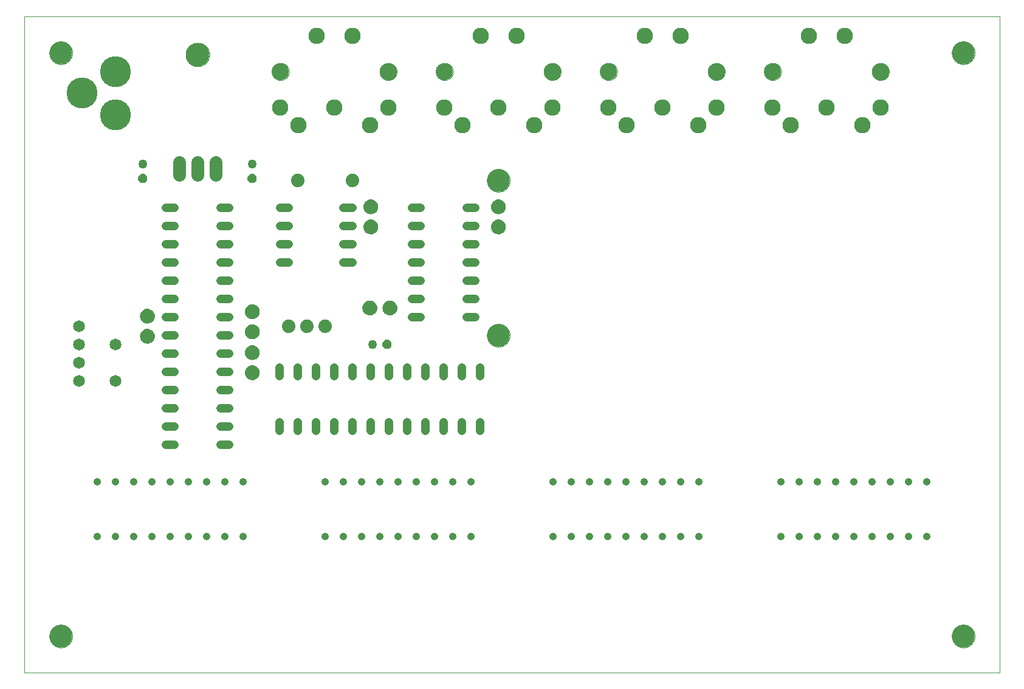
<source format=gbs>
G75*
%MOIN*%
%OFA0B0*%
%FSLAX25Y25*%
%IPPOS*%
%LPD*%
%AMOC8*
5,1,8,0,0,1.08239X$1,22.5*
%
%ADD10C,0.00000*%
%ADD11C,0.12500*%
%ADD12C,0.13000*%
%ADD13C,0.00500*%
%ADD14C,0.06500*%
%ADD15C,0.07400*%
%ADD16C,0.04800*%
%ADD17C,0.17000*%
%ADD18C,0.04134*%
%ADD19C,0.07000*%
%ADD20C,0.09000*%
%ADD21C,0.09400*%
%ADD22OC8,0.05000*%
%ADD23C,0.05000*%
D10*
X0001500Y0001500D02*
X0001500Y0361500D01*
X0536500Y0361500D01*
X0536500Y0001500D01*
X0001500Y0001500D01*
X0015250Y0021500D02*
X0015252Y0021658D01*
X0015258Y0021815D01*
X0015268Y0021973D01*
X0015282Y0022130D01*
X0015300Y0022286D01*
X0015321Y0022443D01*
X0015347Y0022598D01*
X0015377Y0022753D01*
X0015410Y0022907D01*
X0015448Y0023060D01*
X0015489Y0023213D01*
X0015534Y0023364D01*
X0015583Y0023514D01*
X0015636Y0023662D01*
X0015692Y0023810D01*
X0015753Y0023955D01*
X0015816Y0024100D01*
X0015884Y0024242D01*
X0015955Y0024383D01*
X0016029Y0024522D01*
X0016107Y0024659D01*
X0016189Y0024794D01*
X0016273Y0024927D01*
X0016362Y0025058D01*
X0016453Y0025186D01*
X0016548Y0025313D01*
X0016645Y0025436D01*
X0016746Y0025558D01*
X0016850Y0025676D01*
X0016957Y0025792D01*
X0017067Y0025905D01*
X0017179Y0026016D01*
X0017295Y0026123D01*
X0017413Y0026228D01*
X0017533Y0026330D01*
X0017656Y0026428D01*
X0017782Y0026524D01*
X0017910Y0026616D01*
X0018040Y0026705D01*
X0018172Y0026791D01*
X0018307Y0026873D01*
X0018444Y0026952D01*
X0018582Y0027027D01*
X0018722Y0027099D01*
X0018865Y0027167D01*
X0019008Y0027232D01*
X0019154Y0027293D01*
X0019301Y0027350D01*
X0019449Y0027404D01*
X0019599Y0027454D01*
X0019749Y0027500D01*
X0019901Y0027542D01*
X0020054Y0027581D01*
X0020208Y0027615D01*
X0020363Y0027646D01*
X0020518Y0027672D01*
X0020674Y0027695D01*
X0020831Y0027714D01*
X0020988Y0027729D01*
X0021145Y0027740D01*
X0021303Y0027747D01*
X0021461Y0027750D01*
X0021618Y0027749D01*
X0021776Y0027744D01*
X0021933Y0027735D01*
X0022091Y0027722D01*
X0022247Y0027705D01*
X0022404Y0027684D01*
X0022559Y0027660D01*
X0022714Y0027631D01*
X0022869Y0027598D01*
X0023022Y0027562D01*
X0023175Y0027521D01*
X0023326Y0027477D01*
X0023476Y0027429D01*
X0023625Y0027378D01*
X0023773Y0027322D01*
X0023919Y0027263D01*
X0024064Y0027200D01*
X0024207Y0027133D01*
X0024348Y0027063D01*
X0024487Y0026990D01*
X0024625Y0026913D01*
X0024761Y0026832D01*
X0024894Y0026748D01*
X0025025Y0026661D01*
X0025154Y0026570D01*
X0025281Y0026476D01*
X0025406Y0026379D01*
X0025527Y0026279D01*
X0025647Y0026176D01*
X0025763Y0026070D01*
X0025877Y0025961D01*
X0025989Y0025849D01*
X0026097Y0025735D01*
X0026202Y0025617D01*
X0026305Y0025497D01*
X0026404Y0025375D01*
X0026500Y0025250D01*
X0026593Y0025122D01*
X0026683Y0024993D01*
X0026769Y0024861D01*
X0026853Y0024727D01*
X0026932Y0024591D01*
X0027009Y0024453D01*
X0027081Y0024313D01*
X0027150Y0024171D01*
X0027216Y0024028D01*
X0027278Y0023883D01*
X0027336Y0023736D01*
X0027391Y0023588D01*
X0027442Y0023439D01*
X0027489Y0023288D01*
X0027532Y0023137D01*
X0027571Y0022984D01*
X0027607Y0022830D01*
X0027638Y0022676D01*
X0027666Y0022521D01*
X0027690Y0022365D01*
X0027710Y0022208D01*
X0027726Y0022051D01*
X0027738Y0021894D01*
X0027746Y0021737D01*
X0027750Y0021579D01*
X0027750Y0021421D01*
X0027746Y0021263D01*
X0027738Y0021106D01*
X0027726Y0020949D01*
X0027710Y0020792D01*
X0027690Y0020635D01*
X0027666Y0020479D01*
X0027638Y0020324D01*
X0027607Y0020170D01*
X0027571Y0020016D01*
X0027532Y0019863D01*
X0027489Y0019712D01*
X0027442Y0019561D01*
X0027391Y0019412D01*
X0027336Y0019264D01*
X0027278Y0019117D01*
X0027216Y0018972D01*
X0027150Y0018829D01*
X0027081Y0018687D01*
X0027009Y0018547D01*
X0026932Y0018409D01*
X0026853Y0018273D01*
X0026769Y0018139D01*
X0026683Y0018007D01*
X0026593Y0017878D01*
X0026500Y0017750D01*
X0026404Y0017625D01*
X0026305Y0017503D01*
X0026202Y0017383D01*
X0026097Y0017265D01*
X0025989Y0017151D01*
X0025877Y0017039D01*
X0025763Y0016930D01*
X0025647Y0016824D01*
X0025527Y0016721D01*
X0025406Y0016621D01*
X0025281Y0016524D01*
X0025154Y0016430D01*
X0025025Y0016339D01*
X0024894Y0016252D01*
X0024761Y0016168D01*
X0024625Y0016087D01*
X0024487Y0016010D01*
X0024348Y0015937D01*
X0024207Y0015867D01*
X0024064Y0015800D01*
X0023919Y0015737D01*
X0023773Y0015678D01*
X0023625Y0015622D01*
X0023476Y0015571D01*
X0023326Y0015523D01*
X0023175Y0015479D01*
X0023022Y0015438D01*
X0022869Y0015402D01*
X0022714Y0015369D01*
X0022559Y0015340D01*
X0022404Y0015316D01*
X0022247Y0015295D01*
X0022091Y0015278D01*
X0021933Y0015265D01*
X0021776Y0015256D01*
X0021618Y0015251D01*
X0021461Y0015250D01*
X0021303Y0015253D01*
X0021145Y0015260D01*
X0020988Y0015271D01*
X0020831Y0015286D01*
X0020674Y0015305D01*
X0020518Y0015328D01*
X0020363Y0015354D01*
X0020208Y0015385D01*
X0020054Y0015419D01*
X0019901Y0015458D01*
X0019749Y0015500D01*
X0019599Y0015546D01*
X0019449Y0015596D01*
X0019301Y0015650D01*
X0019154Y0015707D01*
X0019008Y0015768D01*
X0018865Y0015833D01*
X0018722Y0015901D01*
X0018582Y0015973D01*
X0018444Y0016048D01*
X0018307Y0016127D01*
X0018172Y0016209D01*
X0018040Y0016295D01*
X0017910Y0016384D01*
X0017782Y0016476D01*
X0017656Y0016572D01*
X0017533Y0016670D01*
X0017413Y0016772D01*
X0017295Y0016877D01*
X0017179Y0016984D01*
X0017067Y0017095D01*
X0016957Y0017208D01*
X0016850Y0017324D01*
X0016746Y0017442D01*
X0016645Y0017564D01*
X0016548Y0017687D01*
X0016453Y0017814D01*
X0016362Y0017942D01*
X0016273Y0018073D01*
X0016189Y0018206D01*
X0016107Y0018341D01*
X0016029Y0018478D01*
X0015955Y0018617D01*
X0015884Y0018758D01*
X0015816Y0018900D01*
X0015753Y0019045D01*
X0015692Y0019190D01*
X0015636Y0019338D01*
X0015583Y0019486D01*
X0015534Y0019636D01*
X0015489Y0019787D01*
X0015448Y0019940D01*
X0015410Y0020093D01*
X0015377Y0020247D01*
X0015347Y0020402D01*
X0015321Y0020557D01*
X0015300Y0020714D01*
X0015282Y0020870D01*
X0015268Y0021027D01*
X0015258Y0021185D01*
X0015252Y0021342D01*
X0015250Y0021500D01*
X0255250Y0186500D02*
X0255252Y0186658D01*
X0255258Y0186815D01*
X0255268Y0186973D01*
X0255282Y0187130D01*
X0255300Y0187286D01*
X0255321Y0187443D01*
X0255347Y0187598D01*
X0255377Y0187753D01*
X0255410Y0187907D01*
X0255448Y0188060D01*
X0255489Y0188213D01*
X0255534Y0188364D01*
X0255583Y0188514D01*
X0255636Y0188662D01*
X0255692Y0188810D01*
X0255753Y0188955D01*
X0255816Y0189100D01*
X0255884Y0189242D01*
X0255955Y0189383D01*
X0256029Y0189522D01*
X0256107Y0189659D01*
X0256189Y0189794D01*
X0256273Y0189927D01*
X0256362Y0190058D01*
X0256453Y0190186D01*
X0256548Y0190313D01*
X0256645Y0190436D01*
X0256746Y0190558D01*
X0256850Y0190676D01*
X0256957Y0190792D01*
X0257067Y0190905D01*
X0257179Y0191016D01*
X0257295Y0191123D01*
X0257413Y0191228D01*
X0257533Y0191330D01*
X0257656Y0191428D01*
X0257782Y0191524D01*
X0257910Y0191616D01*
X0258040Y0191705D01*
X0258172Y0191791D01*
X0258307Y0191873D01*
X0258444Y0191952D01*
X0258582Y0192027D01*
X0258722Y0192099D01*
X0258865Y0192167D01*
X0259008Y0192232D01*
X0259154Y0192293D01*
X0259301Y0192350D01*
X0259449Y0192404D01*
X0259599Y0192454D01*
X0259749Y0192500D01*
X0259901Y0192542D01*
X0260054Y0192581D01*
X0260208Y0192615D01*
X0260363Y0192646D01*
X0260518Y0192672D01*
X0260674Y0192695D01*
X0260831Y0192714D01*
X0260988Y0192729D01*
X0261145Y0192740D01*
X0261303Y0192747D01*
X0261461Y0192750D01*
X0261618Y0192749D01*
X0261776Y0192744D01*
X0261933Y0192735D01*
X0262091Y0192722D01*
X0262247Y0192705D01*
X0262404Y0192684D01*
X0262559Y0192660D01*
X0262714Y0192631D01*
X0262869Y0192598D01*
X0263022Y0192562D01*
X0263175Y0192521D01*
X0263326Y0192477D01*
X0263476Y0192429D01*
X0263625Y0192378D01*
X0263773Y0192322D01*
X0263919Y0192263D01*
X0264064Y0192200D01*
X0264207Y0192133D01*
X0264348Y0192063D01*
X0264487Y0191990D01*
X0264625Y0191913D01*
X0264761Y0191832D01*
X0264894Y0191748D01*
X0265025Y0191661D01*
X0265154Y0191570D01*
X0265281Y0191476D01*
X0265406Y0191379D01*
X0265527Y0191279D01*
X0265647Y0191176D01*
X0265763Y0191070D01*
X0265877Y0190961D01*
X0265989Y0190849D01*
X0266097Y0190735D01*
X0266202Y0190617D01*
X0266305Y0190497D01*
X0266404Y0190375D01*
X0266500Y0190250D01*
X0266593Y0190122D01*
X0266683Y0189993D01*
X0266769Y0189861D01*
X0266853Y0189727D01*
X0266932Y0189591D01*
X0267009Y0189453D01*
X0267081Y0189313D01*
X0267150Y0189171D01*
X0267216Y0189028D01*
X0267278Y0188883D01*
X0267336Y0188736D01*
X0267391Y0188588D01*
X0267442Y0188439D01*
X0267489Y0188288D01*
X0267532Y0188137D01*
X0267571Y0187984D01*
X0267607Y0187830D01*
X0267638Y0187676D01*
X0267666Y0187521D01*
X0267690Y0187365D01*
X0267710Y0187208D01*
X0267726Y0187051D01*
X0267738Y0186894D01*
X0267746Y0186737D01*
X0267750Y0186579D01*
X0267750Y0186421D01*
X0267746Y0186263D01*
X0267738Y0186106D01*
X0267726Y0185949D01*
X0267710Y0185792D01*
X0267690Y0185635D01*
X0267666Y0185479D01*
X0267638Y0185324D01*
X0267607Y0185170D01*
X0267571Y0185016D01*
X0267532Y0184863D01*
X0267489Y0184712D01*
X0267442Y0184561D01*
X0267391Y0184412D01*
X0267336Y0184264D01*
X0267278Y0184117D01*
X0267216Y0183972D01*
X0267150Y0183829D01*
X0267081Y0183687D01*
X0267009Y0183547D01*
X0266932Y0183409D01*
X0266853Y0183273D01*
X0266769Y0183139D01*
X0266683Y0183007D01*
X0266593Y0182878D01*
X0266500Y0182750D01*
X0266404Y0182625D01*
X0266305Y0182503D01*
X0266202Y0182383D01*
X0266097Y0182265D01*
X0265989Y0182151D01*
X0265877Y0182039D01*
X0265763Y0181930D01*
X0265647Y0181824D01*
X0265527Y0181721D01*
X0265406Y0181621D01*
X0265281Y0181524D01*
X0265154Y0181430D01*
X0265025Y0181339D01*
X0264894Y0181252D01*
X0264761Y0181168D01*
X0264625Y0181087D01*
X0264487Y0181010D01*
X0264348Y0180937D01*
X0264207Y0180867D01*
X0264064Y0180800D01*
X0263919Y0180737D01*
X0263773Y0180678D01*
X0263625Y0180622D01*
X0263476Y0180571D01*
X0263326Y0180523D01*
X0263175Y0180479D01*
X0263022Y0180438D01*
X0262869Y0180402D01*
X0262714Y0180369D01*
X0262559Y0180340D01*
X0262404Y0180316D01*
X0262247Y0180295D01*
X0262091Y0180278D01*
X0261933Y0180265D01*
X0261776Y0180256D01*
X0261618Y0180251D01*
X0261461Y0180250D01*
X0261303Y0180253D01*
X0261145Y0180260D01*
X0260988Y0180271D01*
X0260831Y0180286D01*
X0260674Y0180305D01*
X0260518Y0180328D01*
X0260363Y0180354D01*
X0260208Y0180385D01*
X0260054Y0180419D01*
X0259901Y0180458D01*
X0259749Y0180500D01*
X0259599Y0180546D01*
X0259449Y0180596D01*
X0259301Y0180650D01*
X0259154Y0180707D01*
X0259008Y0180768D01*
X0258865Y0180833D01*
X0258722Y0180901D01*
X0258582Y0180973D01*
X0258444Y0181048D01*
X0258307Y0181127D01*
X0258172Y0181209D01*
X0258040Y0181295D01*
X0257910Y0181384D01*
X0257782Y0181476D01*
X0257656Y0181572D01*
X0257533Y0181670D01*
X0257413Y0181772D01*
X0257295Y0181877D01*
X0257179Y0181984D01*
X0257067Y0182095D01*
X0256957Y0182208D01*
X0256850Y0182324D01*
X0256746Y0182442D01*
X0256645Y0182564D01*
X0256548Y0182687D01*
X0256453Y0182814D01*
X0256362Y0182942D01*
X0256273Y0183073D01*
X0256189Y0183206D01*
X0256107Y0183341D01*
X0256029Y0183478D01*
X0255955Y0183617D01*
X0255884Y0183758D01*
X0255816Y0183900D01*
X0255753Y0184045D01*
X0255692Y0184190D01*
X0255636Y0184338D01*
X0255583Y0184486D01*
X0255534Y0184636D01*
X0255489Y0184787D01*
X0255448Y0184940D01*
X0255410Y0185093D01*
X0255377Y0185247D01*
X0255347Y0185402D01*
X0255321Y0185557D01*
X0255300Y0185714D01*
X0255282Y0185870D01*
X0255268Y0186027D01*
X0255258Y0186185D01*
X0255252Y0186342D01*
X0255250Y0186500D01*
X0255250Y0271500D02*
X0255252Y0271658D01*
X0255258Y0271815D01*
X0255268Y0271973D01*
X0255282Y0272130D01*
X0255300Y0272286D01*
X0255321Y0272443D01*
X0255347Y0272598D01*
X0255377Y0272753D01*
X0255410Y0272907D01*
X0255448Y0273060D01*
X0255489Y0273213D01*
X0255534Y0273364D01*
X0255583Y0273514D01*
X0255636Y0273662D01*
X0255692Y0273810D01*
X0255753Y0273955D01*
X0255816Y0274100D01*
X0255884Y0274242D01*
X0255955Y0274383D01*
X0256029Y0274522D01*
X0256107Y0274659D01*
X0256189Y0274794D01*
X0256273Y0274927D01*
X0256362Y0275058D01*
X0256453Y0275186D01*
X0256548Y0275313D01*
X0256645Y0275436D01*
X0256746Y0275558D01*
X0256850Y0275676D01*
X0256957Y0275792D01*
X0257067Y0275905D01*
X0257179Y0276016D01*
X0257295Y0276123D01*
X0257413Y0276228D01*
X0257533Y0276330D01*
X0257656Y0276428D01*
X0257782Y0276524D01*
X0257910Y0276616D01*
X0258040Y0276705D01*
X0258172Y0276791D01*
X0258307Y0276873D01*
X0258444Y0276952D01*
X0258582Y0277027D01*
X0258722Y0277099D01*
X0258865Y0277167D01*
X0259008Y0277232D01*
X0259154Y0277293D01*
X0259301Y0277350D01*
X0259449Y0277404D01*
X0259599Y0277454D01*
X0259749Y0277500D01*
X0259901Y0277542D01*
X0260054Y0277581D01*
X0260208Y0277615D01*
X0260363Y0277646D01*
X0260518Y0277672D01*
X0260674Y0277695D01*
X0260831Y0277714D01*
X0260988Y0277729D01*
X0261145Y0277740D01*
X0261303Y0277747D01*
X0261461Y0277750D01*
X0261618Y0277749D01*
X0261776Y0277744D01*
X0261933Y0277735D01*
X0262091Y0277722D01*
X0262247Y0277705D01*
X0262404Y0277684D01*
X0262559Y0277660D01*
X0262714Y0277631D01*
X0262869Y0277598D01*
X0263022Y0277562D01*
X0263175Y0277521D01*
X0263326Y0277477D01*
X0263476Y0277429D01*
X0263625Y0277378D01*
X0263773Y0277322D01*
X0263919Y0277263D01*
X0264064Y0277200D01*
X0264207Y0277133D01*
X0264348Y0277063D01*
X0264487Y0276990D01*
X0264625Y0276913D01*
X0264761Y0276832D01*
X0264894Y0276748D01*
X0265025Y0276661D01*
X0265154Y0276570D01*
X0265281Y0276476D01*
X0265406Y0276379D01*
X0265527Y0276279D01*
X0265647Y0276176D01*
X0265763Y0276070D01*
X0265877Y0275961D01*
X0265989Y0275849D01*
X0266097Y0275735D01*
X0266202Y0275617D01*
X0266305Y0275497D01*
X0266404Y0275375D01*
X0266500Y0275250D01*
X0266593Y0275122D01*
X0266683Y0274993D01*
X0266769Y0274861D01*
X0266853Y0274727D01*
X0266932Y0274591D01*
X0267009Y0274453D01*
X0267081Y0274313D01*
X0267150Y0274171D01*
X0267216Y0274028D01*
X0267278Y0273883D01*
X0267336Y0273736D01*
X0267391Y0273588D01*
X0267442Y0273439D01*
X0267489Y0273288D01*
X0267532Y0273137D01*
X0267571Y0272984D01*
X0267607Y0272830D01*
X0267638Y0272676D01*
X0267666Y0272521D01*
X0267690Y0272365D01*
X0267710Y0272208D01*
X0267726Y0272051D01*
X0267738Y0271894D01*
X0267746Y0271737D01*
X0267750Y0271579D01*
X0267750Y0271421D01*
X0267746Y0271263D01*
X0267738Y0271106D01*
X0267726Y0270949D01*
X0267710Y0270792D01*
X0267690Y0270635D01*
X0267666Y0270479D01*
X0267638Y0270324D01*
X0267607Y0270170D01*
X0267571Y0270016D01*
X0267532Y0269863D01*
X0267489Y0269712D01*
X0267442Y0269561D01*
X0267391Y0269412D01*
X0267336Y0269264D01*
X0267278Y0269117D01*
X0267216Y0268972D01*
X0267150Y0268829D01*
X0267081Y0268687D01*
X0267009Y0268547D01*
X0266932Y0268409D01*
X0266853Y0268273D01*
X0266769Y0268139D01*
X0266683Y0268007D01*
X0266593Y0267878D01*
X0266500Y0267750D01*
X0266404Y0267625D01*
X0266305Y0267503D01*
X0266202Y0267383D01*
X0266097Y0267265D01*
X0265989Y0267151D01*
X0265877Y0267039D01*
X0265763Y0266930D01*
X0265647Y0266824D01*
X0265527Y0266721D01*
X0265406Y0266621D01*
X0265281Y0266524D01*
X0265154Y0266430D01*
X0265025Y0266339D01*
X0264894Y0266252D01*
X0264761Y0266168D01*
X0264625Y0266087D01*
X0264487Y0266010D01*
X0264348Y0265937D01*
X0264207Y0265867D01*
X0264064Y0265800D01*
X0263919Y0265737D01*
X0263773Y0265678D01*
X0263625Y0265622D01*
X0263476Y0265571D01*
X0263326Y0265523D01*
X0263175Y0265479D01*
X0263022Y0265438D01*
X0262869Y0265402D01*
X0262714Y0265369D01*
X0262559Y0265340D01*
X0262404Y0265316D01*
X0262247Y0265295D01*
X0262091Y0265278D01*
X0261933Y0265265D01*
X0261776Y0265256D01*
X0261618Y0265251D01*
X0261461Y0265250D01*
X0261303Y0265253D01*
X0261145Y0265260D01*
X0260988Y0265271D01*
X0260831Y0265286D01*
X0260674Y0265305D01*
X0260518Y0265328D01*
X0260363Y0265354D01*
X0260208Y0265385D01*
X0260054Y0265419D01*
X0259901Y0265458D01*
X0259749Y0265500D01*
X0259599Y0265546D01*
X0259449Y0265596D01*
X0259301Y0265650D01*
X0259154Y0265707D01*
X0259008Y0265768D01*
X0258865Y0265833D01*
X0258722Y0265901D01*
X0258582Y0265973D01*
X0258444Y0266048D01*
X0258307Y0266127D01*
X0258172Y0266209D01*
X0258040Y0266295D01*
X0257910Y0266384D01*
X0257782Y0266476D01*
X0257656Y0266572D01*
X0257533Y0266670D01*
X0257413Y0266772D01*
X0257295Y0266877D01*
X0257179Y0266984D01*
X0257067Y0267095D01*
X0256957Y0267208D01*
X0256850Y0267324D01*
X0256746Y0267442D01*
X0256645Y0267564D01*
X0256548Y0267687D01*
X0256453Y0267814D01*
X0256362Y0267942D01*
X0256273Y0268073D01*
X0256189Y0268206D01*
X0256107Y0268341D01*
X0256029Y0268478D01*
X0255955Y0268617D01*
X0255884Y0268758D01*
X0255816Y0268900D01*
X0255753Y0269045D01*
X0255692Y0269190D01*
X0255636Y0269338D01*
X0255583Y0269486D01*
X0255534Y0269636D01*
X0255489Y0269787D01*
X0255448Y0269940D01*
X0255410Y0270093D01*
X0255377Y0270247D01*
X0255347Y0270402D01*
X0255321Y0270557D01*
X0255300Y0270714D01*
X0255282Y0270870D01*
X0255268Y0271027D01*
X0255258Y0271185D01*
X0255252Y0271342D01*
X0255250Y0271500D01*
X0227250Y0331200D02*
X0227252Y0331337D01*
X0227258Y0331473D01*
X0227268Y0331610D01*
X0227282Y0331746D01*
X0227300Y0331881D01*
X0227321Y0332016D01*
X0227347Y0332150D01*
X0227377Y0332284D01*
X0227410Y0332416D01*
X0227447Y0332548D01*
X0227489Y0332678D01*
X0227533Y0332807D01*
X0227582Y0332935D01*
X0227634Y0333062D01*
X0227690Y0333186D01*
X0227750Y0333309D01*
X0227813Y0333431D01*
X0227880Y0333550D01*
X0227950Y0333667D01*
X0228023Y0333783D01*
X0228100Y0333896D01*
X0228180Y0334007D01*
X0228263Y0334115D01*
X0228350Y0334221D01*
X0228439Y0334325D01*
X0228531Y0334425D01*
X0228627Y0334523D01*
X0228725Y0334619D01*
X0228825Y0334711D01*
X0228929Y0334800D01*
X0229035Y0334887D01*
X0229143Y0334970D01*
X0229254Y0335050D01*
X0229367Y0335127D01*
X0229483Y0335200D01*
X0229600Y0335270D01*
X0229719Y0335337D01*
X0229841Y0335400D01*
X0229964Y0335460D01*
X0230088Y0335516D01*
X0230215Y0335568D01*
X0230343Y0335617D01*
X0230472Y0335661D01*
X0230602Y0335703D01*
X0230734Y0335740D01*
X0230866Y0335773D01*
X0231000Y0335803D01*
X0231134Y0335829D01*
X0231269Y0335850D01*
X0231404Y0335868D01*
X0231540Y0335882D01*
X0231677Y0335892D01*
X0231813Y0335898D01*
X0231950Y0335900D01*
X0232087Y0335898D01*
X0232223Y0335892D01*
X0232360Y0335882D01*
X0232496Y0335868D01*
X0232631Y0335850D01*
X0232766Y0335829D01*
X0232900Y0335803D01*
X0233034Y0335773D01*
X0233166Y0335740D01*
X0233298Y0335703D01*
X0233428Y0335661D01*
X0233557Y0335617D01*
X0233685Y0335568D01*
X0233812Y0335516D01*
X0233936Y0335460D01*
X0234059Y0335400D01*
X0234181Y0335337D01*
X0234300Y0335270D01*
X0234417Y0335200D01*
X0234533Y0335127D01*
X0234646Y0335050D01*
X0234757Y0334970D01*
X0234865Y0334887D01*
X0234971Y0334800D01*
X0235075Y0334711D01*
X0235175Y0334619D01*
X0235273Y0334523D01*
X0235369Y0334425D01*
X0235461Y0334325D01*
X0235550Y0334221D01*
X0235637Y0334115D01*
X0235720Y0334007D01*
X0235800Y0333896D01*
X0235877Y0333783D01*
X0235950Y0333667D01*
X0236020Y0333550D01*
X0236087Y0333431D01*
X0236150Y0333309D01*
X0236210Y0333186D01*
X0236266Y0333062D01*
X0236318Y0332935D01*
X0236367Y0332807D01*
X0236411Y0332678D01*
X0236453Y0332548D01*
X0236490Y0332416D01*
X0236523Y0332284D01*
X0236553Y0332150D01*
X0236579Y0332016D01*
X0236600Y0331881D01*
X0236618Y0331746D01*
X0236632Y0331610D01*
X0236642Y0331473D01*
X0236648Y0331337D01*
X0236650Y0331200D01*
X0236648Y0331063D01*
X0236642Y0330927D01*
X0236632Y0330790D01*
X0236618Y0330654D01*
X0236600Y0330519D01*
X0236579Y0330384D01*
X0236553Y0330250D01*
X0236523Y0330116D01*
X0236490Y0329984D01*
X0236453Y0329852D01*
X0236411Y0329722D01*
X0236367Y0329593D01*
X0236318Y0329465D01*
X0236266Y0329338D01*
X0236210Y0329214D01*
X0236150Y0329091D01*
X0236087Y0328969D01*
X0236020Y0328850D01*
X0235950Y0328733D01*
X0235877Y0328617D01*
X0235800Y0328504D01*
X0235720Y0328393D01*
X0235637Y0328285D01*
X0235550Y0328179D01*
X0235461Y0328075D01*
X0235369Y0327975D01*
X0235273Y0327877D01*
X0235175Y0327781D01*
X0235075Y0327689D01*
X0234971Y0327600D01*
X0234865Y0327513D01*
X0234757Y0327430D01*
X0234646Y0327350D01*
X0234533Y0327273D01*
X0234417Y0327200D01*
X0234300Y0327130D01*
X0234181Y0327063D01*
X0234059Y0327000D01*
X0233936Y0326940D01*
X0233812Y0326884D01*
X0233685Y0326832D01*
X0233557Y0326783D01*
X0233428Y0326739D01*
X0233298Y0326697D01*
X0233166Y0326660D01*
X0233034Y0326627D01*
X0232900Y0326597D01*
X0232766Y0326571D01*
X0232631Y0326550D01*
X0232496Y0326532D01*
X0232360Y0326518D01*
X0232223Y0326508D01*
X0232087Y0326502D01*
X0231950Y0326500D01*
X0231813Y0326502D01*
X0231677Y0326508D01*
X0231540Y0326518D01*
X0231404Y0326532D01*
X0231269Y0326550D01*
X0231134Y0326571D01*
X0231000Y0326597D01*
X0230866Y0326627D01*
X0230734Y0326660D01*
X0230602Y0326697D01*
X0230472Y0326739D01*
X0230343Y0326783D01*
X0230215Y0326832D01*
X0230088Y0326884D01*
X0229964Y0326940D01*
X0229841Y0327000D01*
X0229719Y0327063D01*
X0229600Y0327130D01*
X0229483Y0327200D01*
X0229367Y0327273D01*
X0229254Y0327350D01*
X0229143Y0327430D01*
X0229035Y0327513D01*
X0228929Y0327600D01*
X0228825Y0327689D01*
X0228725Y0327781D01*
X0228627Y0327877D01*
X0228531Y0327975D01*
X0228439Y0328075D01*
X0228350Y0328179D01*
X0228263Y0328285D01*
X0228180Y0328393D01*
X0228100Y0328504D01*
X0228023Y0328617D01*
X0227950Y0328733D01*
X0227880Y0328850D01*
X0227813Y0328969D01*
X0227750Y0329091D01*
X0227690Y0329214D01*
X0227634Y0329338D01*
X0227582Y0329465D01*
X0227533Y0329593D01*
X0227489Y0329722D01*
X0227447Y0329852D01*
X0227410Y0329984D01*
X0227377Y0330116D01*
X0227347Y0330250D01*
X0227321Y0330384D01*
X0227300Y0330519D01*
X0227282Y0330654D01*
X0227268Y0330790D01*
X0227258Y0330927D01*
X0227252Y0331063D01*
X0227250Y0331200D01*
X0196350Y0331200D02*
X0196352Y0331337D01*
X0196358Y0331473D01*
X0196368Y0331610D01*
X0196382Y0331746D01*
X0196400Y0331881D01*
X0196421Y0332016D01*
X0196447Y0332150D01*
X0196477Y0332284D01*
X0196510Y0332416D01*
X0196547Y0332548D01*
X0196589Y0332678D01*
X0196633Y0332807D01*
X0196682Y0332935D01*
X0196734Y0333062D01*
X0196790Y0333186D01*
X0196850Y0333309D01*
X0196913Y0333431D01*
X0196980Y0333550D01*
X0197050Y0333667D01*
X0197123Y0333783D01*
X0197200Y0333896D01*
X0197280Y0334007D01*
X0197363Y0334115D01*
X0197450Y0334221D01*
X0197539Y0334325D01*
X0197631Y0334425D01*
X0197727Y0334523D01*
X0197825Y0334619D01*
X0197925Y0334711D01*
X0198029Y0334800D01*
X0198135Y0334887D01*
X0198243Y0334970D01*
X0198354Y0335050D01*
X0198467Y0335127D01*
X0198583Y0335200D01*
X0198700Y0335270D01*
X0198819Y0335337D01*
X0198941Y0335400D01*
X0199064Y0335460D01*
X0199188Y0335516D01*
X0199315Y0335568D01*
X0199443Y0335617D01*
X0199572Y0335661D01*
X0199702Y0335703D01*
X0199834Y0335740D01*
X0199966Y0335773D01*
X0200100Y0335803D01*
X0200234Y0335829D01*
X0200369Y0335850D01*
X0200504Y0335868D01*
X0200640Y0335882D01*
X0200777Y0335892D01*
X0200913Y0335898D01*
X0201050Y0335900D01*
X0201187Y0335898D01*
X0201323Y0335892D01*
X0201460Y0335882D01*
X0201596Y0335868D01*
X0201731Y0335850D01*
X0201866Y0335829D01*
X0202000Y0335803D01*
X0202134Y0335773D01*
X0202266Y0335740D01*
X0202398Y0335703D01*
X0202528Y0335661D01*
X0202657Y0335617D01*
X0202785Y0335568D01*
X0202912Y0335516D01*
X0203036Y0335460D01*
X0203159Y0335400D01*
X0203281Y0335337D01*
X0203400Y0335270D01*
X0203517Y0335200D01*
X0203633Y0335127D01*
X0203746Y0335050D01*
X0203857Y0334970D01*
X0203965Y0334887D01*
X0204071Y0334800D01*
X0204175Y0334711D01*
X0204275Y0334619D01*
X0204373Y0334523D01*
X0204469Y0334425D01*
X0204561Y0334325D01*
X0204650Y0334221D01*
X0204737Y0334115D01*
X0204820Y0334007D01*
X0204900Y0333896D01*
X0204977Y0333783D01*
X0205050Y0333667D01*
X0205120Y0333550D01*
X0205187Y0333431D01*
X0205250Y0333309D01*
X0205310Y0333186D01*
X0205366Y0333062D01*
X0205418Y0332935D01*
X0205467Y0332807D01*
X0205511Y0332678D01*
X0205553Y0332548D01*
X0205590Y0332416D01*
X0205623Y0332284D01*
X0205653Y0332150D01*
X0205679Y0332016D01*
X0205700Y0331881D01*
X0205718Y0331746D01*
X0205732Y0331610D01*
X0205742Y0331473D01*
X0205748Y0331337D01*
X0205750Y0331200D01*
X0205748Y0331063D01*
X0205742Y0330927D01*
X0205732Y0330790D01*
X0205718Y0330654D01*
X0205700Y0330519D01*
X0205679Y0330384D01*
X0205653Y0330250D01*
X0205623Y0330116D01*
X0205590Y0329984D01*
X0205553Y0329852D01*
X0205511Y0329722D01*
X0205467Y0329593D01*
X0205418Y0329465D01*
X0205366Y0329338D01*
X0205310Y0329214D01*
X0205250Y0329091D01*
X0205187Y0328969D01*
X0205120Y0328850D01*
X0205050Y0328733D01*
X0204977Y0328617D01*
X0204900Y0328504D01*
X0204820Y0328393D01*
X0204737Y0328285D01*
X0204650Y0328179D01*
X0204561Y0328075D01*
X0204469Y0327975D01*
X0204373Y0327877D01*
X0204275Y0327781D01*
X0204175Y0327689D01*
X0204071Y0327600D01*
X0203965Y0327513D01*
X0203857Y0327430D01*
X0203746Y0327350D01*
X0203633Y0327273D01*
X0203517Y0327200D01*
X0203400Y0327130D01*
X0203281Y0327063D01*
X0203159Y0327000D01*
X0203036Y0326940D01*
X0202912Y0326884D01*
X0202785Y0326832D01*
X0202657Y0326783D01*
X0202528Y0326739D01*
X0202398Y0326697D01*
X0202266Y0326660D01*
X0202134Y0326627D01*
X0202000Y0326597D01*
X0201866Y0326571D01*
X0201731Y0326550D01*
X0201596Y0326532D01*
X0201460Y0326518D01*
X0201323Y0326508D01*
X0201187Y0326502D01*
X0201050Y0326500D01*
X0200913Y0326502D01*
X0200777Y0326508D01*
X0200640Y0326518D01*
X0200504Y0326532D01*
X0200369Y0326550D01*
X0200234Y0326571D01*
X0200100Y0326597D01*
X0199966Y0326627D01*
X0199834Y0326660D01*
X0199702Y0326697D01*
X0199572Y0326739D01*
X0199443Y0326783D01*
X0199315Y0326832D01*
X0199188Y0326884D01*
X0199064Y0326940D01*
X0198941Y0327000D01*
X0198819Y0327063D01*
X0198700Y0327130D01*
X0198583Y0327200D01*
X0198467Y0327273D01*
X0198354Y0327350D01*
X0198243Y0327430D01*
X0198135Y0327513D01*
X0198029Y0327600D01*
X0197925Y0327689D01*
X0197825Y0327781D01*
X0197727Y0327877D01*
X0197631Y0327975D01*
X0197539Y0328075D01*
X0197450Y0328179D01*
X0197363Y0328285D01*
X0197280Y0328393D01*
X0197200Y0328504D01*
X0197123Y0328617D01*
X0197050Y0328733D01*
X0196980Y0328850D01*
X0196913Y0328969D01*
X0196850Y0329091D01*
X0196790Y0329214D01*
X0196734Y0329338D01*
X0196682Y0329465D01*
X0196633Y0329593D01*
X0196589Y0329722D01*
X0196547Y0329852D01*
X0196510Y0329984D01*
X0196477Y0330116D01*
X0196447Y0330250D01*
X0196421Y0330384D01*
X0196400Y0330519D01*
X0196382Y0330654D01*
X0196368Y0330790D01*
X0196358Y0330927D01*
X0196352Y0331063D01*
X0196350Y0331200D01*
X0137250Y0331200D02*
X0137252Y0331337D01*
X0137258Y0331473D01*
X0137268Y0331610D01*
X0137282Y0331746D01*
X0137300Y0331881D01*
X0137321Y0332016D01*
X0137347Y0332150D01*
X0137377Y0332284D01*
X0137410Y0332416D01*
X0137447Y0332548D01*
X0137489Y0332678D01*
X0137533Y0332807D01*
X0137582Y0332935D01*
X0137634Y0333062D01*
X0137690Y0333186D01*
X0137750Y0333309D01*
X0137813Y0333431D01*
X0137880Y0333550D01*
X0137950Y0333667D01*
X0138023Y0333783D01*
X0138100Y0333896D01*
X0138180Y0334007D01*
X0138263Y0334115D01*
X0138350Y0334221D01*
X0138439Y0334325D01*
X0138531Y0334425D01*
X0138627Y0334523D01*
X0138725Y0334619D01*
X0138825Y0334711D01*
X0138929Y0334800D01*
X0139035Y0334887D01*
X0139143Y0334970D01*
X0139254Y0335050D01*
X0139367Y0335127D01*
X0139483Y0335200D01*
X0139600Y0335270D01*
X0139719Y0335337D01*
X0139841Y0335400D01*
X0139964Y0335460D01*
X0140088Y0335516D01*
X0140215Y0335568D01*
X0140343Y0335617D01*
X0140472Y0335661D01*
X0140602Y0335703D01*
X0140734Y0335740D01*
X0140866Y0335773D01*
X0141000Y0335803D01*
X0141134Y0335829D01*
X0141269Y0335850D01*
X0141404Y0335868D01*
X0141540Y0335882D01*
X0141677Y0335892D01*
X0141813Y0335898D01*
X0141950Y0335900D01*
X0142087Y0335898D01*
X0142223Y0335892D01*
X0142360Y0335882D01*
X0142496Y0335868D01*
X0142631Y0335850D01*
X0142766Y0335829D01*
X0142900Y0335803D01*
X0143034Y0335773D01*
X0143166Y0335740D01*
X0143298Y0335703D01*
X0143428Y0335661D01*
X0143557Y0335617D01*
X0143685Y0335568D01*
X0143812Y0335516D01*
X0143936Y0335460D01*
X0144059Y0335400D01*
X0144181Y0335337D01*
X0144300Y0335270D01*
X0144417Y0335200D01*
X0144533Y0335127D01*
X0144646Y0335050D01*
X0144757Y0334970D01*
X0144865Y0334887D01*
X0144971Y0334800D01*
X0145075Y0334711D01*
X0145175Y0334619D01*
X0145273Y0334523D01*
X0145369Y0334425D01*
X0145461Y0334325D01*
X0145550Y0334221D01*
X0145637Y0334115D01*
X0145720Y0334007D01*
X0145800Y0333896D01*
X0145877Y0333783D01*
X0145950Y0333667D01*
X0146020Y0333550D01*
X0146087Y0333431D01*
X0146150Y0333309D01*
X0146210Y0333186D01*
X0146266Y0333062D01*
X0146318Y0332935D01*
X0146367Y0332807D01*
X0146411Y0332678D01*
X0146453Y0332548D01*
X0146490Y0332416D01*
X0146523Y0332284D01*
X0146553Y0332150D01*
X0146579Y0332016D01*
X0146600Y0331881D01*
X0146618Y0331746D01*
X0146632Y0331610D01*
X0146642Y0331473D01*
X0146648Y0331337D01*
X0146650Y0331200D01*
X0146648Y0331063D01*
X0146642Y0330927D01*
X0146632Y0330790D01*
X0146618Y0330654D01*
X0146600Y0330519D01*
X0146579Y0330384D01*
X0146553Y0330250D01*
X0146523Y0330116D01*
X0146490Y0329984D01*
X0146453Y0329852D01*
X0146411Y0329722D01*
X0146367Y0329593D01*
X0146318Y0329465D01*
X0146266Y0329338D01*
X0146210Y0329214D01*
X0146150Y0329091D01*
X0146087Y0328969D01*
X0146020Y0328850D01*
X0145950Y0328733D01*
X0145877Y0328617D01*
X0145800Y0328504D01*
X0145720Y0328393D01*
X0145637Y0328285D01*
X0145550Y0328179D01*
X0145461Y0328075D01*
X0145369Y0327975D01*
X0145273Y0327877D01*
X0145175Y0327781D01*
X0145075Y0327689D01*
X0144971Y0327600D01*
X0144865Y0327513D01*
X0144757Y0327430D01*
X0144646Y0327350D01*
X0144533Y0327273D01*
X0144417Y0327200D01*
X0144300Y0327130D01*
X0144181Y0327063D01*
X0144059Y0327000D01*
X0143936Y0326940D01*
X0143812Y0326884D01*
X0143685Y0326832D01*
X0143557Y0326783D01*
X0143428Y0326739D01*
X0143298Y0326697D01*
X0143166Y0326660D01*
X0143034Y0326627D01*
X0142900Y0326597D01*
X0142766Y0326571D01*
X0142631Y0326550D01*
X0142496Y0326532D01*
X0142360Y0326518D01*
X0142223Y0326508D01*
X0142087Y0326502D01*
X0141950Y0326500D01*
X0141813Y0326502D01*
X0141677Y0326508D01*
X0141540Y0326518D01*
X0141404Y0326532D01*
X0141269Y0326550D01*
X0141134Y0326571D01*
X0141000Y0326597D01*
X0140866Y0326627D01*
X0140734Y0326660D01*
X0140602Y0326697D01*
X0140472Y0326739D01*
X0140343Y0326783D01*
X0140215Y0326832D01*
X0140088Y0326884D01*
X0139964Y0326940D01*
X0139841Y0327000D01*
X0139719Y0327063D01*
X0139600Y0327130D01*
X0139483Y0327200D01*
X0139367Y0327273D01*
X0139254Y0327350D01*
X0139143Y0327430D01*
X0139035Y0327513D01*
X0138929Y0327600D01*
X0138825Y0327689D01*
X0138725Y0327781D01*
X0138627Y0327877D01*
X0138531Y0327975D01*
X0138439Y0328075D01*
X0138350Y0328179D01*
X0138263Y0328285D01*
X0138180Y0328393D01*
X0138100Y0328504D01*
X0138023Y0328617D01*
X0137950Y0328733D01*
X0137880Y0328850D01*
X0137813Y0328969D01*
X0137750Y0329091D01*
X0137690Y0329214D01*
X0137634Y0329338D01*
X0137582Y0329465D01*
X0137533Y0329593D01*
X0137489Y0329722D01*
X0137447Y0329852D01*
X0137410Y0329984D01*
X0137377Y0330116D01*
X0137347Y0330250D01*
X0137321Y0330384D01*
X0137300Y0330519D01*
X0137282Y0330654D01*
X0137268Y0330790D01*
X0137258Y0330927D01*
X0137252Y0331063D01*
X0137250Y0331200D01*
X0090000Y0340500D02*
X0090002Y0340661D01*
X0090008Y0340821D01*
X0090018Y0340982D01*
X0090032Y0341142D01*
X0090050Y0341302D01*
X0090071Y0341461D01*
X0090097Y0341620D01*
X0090127Y0341778D01*
X0090160Y0341935D01*
X0090198Y0342092D01*
X0090239Y0342247D01*
X0090284Y0342401D01*
X0090333Y0342554D01*
X0090386Y0342706D01*
X0090442Y0342857D01*
X0090503Y0343006D01*
X0090566Y0343154D01*
X0090634Y0343300D01*
X0090705Y0343444D01*
X0090779Y0343586D01*
X0090857Y0343727D01*
X0090939Y0343865D01*
X0091024Y0344002D01*
X0091112Y0344136D01*
X0091204Y0344268D01*
X0091299Y0344398D01*
X0091397Y0344526D01*
X0091498Y0344651D01*
X0091602Y0344773D01*
X0091709Y0344893D01*
X0091819Y0345010D01*
X0091932Y0345125D01*
X0092048Y0345236D01*
X0092167Y0345345D01*
X0092288Y0345450D01*
X0092412Y0345553D01*
X0092538Y0345653D01*
X0092666Y0345749D01*
X0092797Y0345842D01*
X0092931Y0345932D01*
X0093066Y0346019D01*
X0093204Y0346102D01*
X0093343Y0346182D01*
X0093485Y0346258D01*
X0093628Y0346331D01*
X0093773Y0346400D01*
X0093920Y0346466D01*
X0094068Y0346528D01*
X0094218Y0346586D01*
X0094369Y0346641D01*
X0094522Y0346692D01*
X0094676Y0346739D01*
X0094831Y0346782D01*
X0094987Y0346821D01*
X0095143Y0346857D01*
X0095301Y0346888D01*
X0095459Y0346916D01*
X0095618Y0346940D01*
X0095778Y0346960D01*
X0095938Y0346976D01*
X0096098Y0346988D01*
X0096259Y0346996D01*
X0096420Y0347000D01*
X0096580Y0347000D01*
X0096741Y0346996D01*
X0096902Y0346988D01*
X0097062Y0346976D01*
X0097222Y0346960D01*
X0097382Y0346940D01*
X0097541Y0346916D01*
X0097699Y0346888D01*
X0097857Y0346857D01*
X0098013Y0346821D01*
X0098169Y0346782D01*
X0098324Y0346739D01*
X0098478Y0346692D01*
X0098631Y0346641D01*
X0098782Y0346586D01*
X0098932Y0346528D01*
X0099080Y0346466D01*
X0099227Y0346400D01*
X0099372Y0346331D01*
X0099515Y0346258D01*
X0099657Y0346182D01*
X0099796Y0346102D01*
X0099934Y0346019D01*
X0100069Y0345932D01*
X0100203Y0345842D01*
X0100334Y0345749D01*
X0100462Y0345653D01*
X0100588Y0345553D01*
X0100712Y0345450D01*
X0100833Y0345345D01*
X0100952Y0345236D01*
X0101068Y0345125D01*
X0101181Y0345010D01*
X0101291Y0344893D01*
X0101398Y0344773D01*
X0101502Y0344651D01*
X0101603Y0344526D01*
X0101701Y0344398D01*
X0101796Y0344268D01*
X0101888Y0344136D01*
X0101976Y0344002D01*
X0102061Y0343865D01*
X0102143Y0343727D01*
X0102221Y0343586D01*
X0102295Y0343444D01*
X0102366Y0343300D01*
X0102434Y0343154D01*
X0102497Y0343006D01*
X0102558Y0342857D01*
X0102614Y0342706D01*
X0102667Y0342554D01*
X0102716Y0342401D01*
X0102761Y0342247D01*
X0102802Y0342092D01*
X0102840Y0341935D01*
X0102873Y0341778D01*
X0102903Y0341620D01*
X0102929Y0341461D01*
X0102950Y0341302D01*
X0102968Y0341142D01*
X0102982Y0340982D01*
X0102992Y0340821D01*
X0102998Y0340661D01*
X0103000Y0340500D01*
X0102998Y0340339D01*
X0102992Y0340179D01*
X0102982Y0340018D01*
X0102968Y0339858D01*
X0102950Y0339698D01*
X0102929Y0339539D01*
X0102903Y0339380D01*
X0102873Y0339222D01*
X0102840Y0339065D01*
X0102802Y0338908D01*
X0102761Y0338753D01*
X0102716Y0338599D01*
X0102667Y0338446D01*
X0102614Y0338294D01*
X0102558Y0338143D01*
X0102497Y0337994D01*
X0102434Y0337846D01*
X0102366Y0337700D01*
X0102295Y0337556D01*
X0102221Y0337414D01*
X0102143Y0337273D01*
X0102061Y0337135D01*
X0101976Y0336998D01*
X0101888Y0336864D01*
X0101796Y0336732D01*
X0101701Y0336602D01*
X0101603Y0336474D01*
X0101502Y0336349D01*
X0101398Y0336227D01*
X0101291Y0336107D01*
X0101181Y0335990D01*
X0101068Y0335875D01*
X0100952Y0335764D01*
X0100833Y0335655D01*
X0100712Y0335550D01*
X0100588Y0335447D01*
X0100462Y0335347D01*
X0100334Y0335251D01*
X0100203Y0335158D01*
X0100069Y0335068D01*
X0099934Y0334981D01*
X0099796Y0334898D01*
X0099657Y0334818D01*
X0099515Y0334742D01*
X0099372Y0334669D01*
X0099227Y0334600D01*
X0099080Y0334534D01*
X0098932Y0334472D01*
X0098782Y0334414D01*
X0098631Y0334359D01*
X0098478Y0334308D01*
X0098324Y0334261D01*
X0098169Y0334218D01*
X0098013Y0334179D01*
X0097857Y0334143D01*
X0097699Y0334112D01*
X0097541Y0334084D01*
X0097382Y0334060D01*
X0097222Y0334040D01*
X0097062Y0334024D01*
X0096902Y0334012D01*
X0096741Y0334004D01*
X0096580Y0334000D01*
X0096420Y0334000D01*
X0096259Y0334004D01*
X0096098Y0334012D01*
X0095938Y0334024D01*
X0095778Y0334040D01*
X0095618Y0334060D01*
X0095459Y0334084D01*
X0095301Y0334112D01*
X0095143Y0334143D01*
X0094987Y0334179D01*
X0094831Y0334218D01*
X0094676Y0334261D01*
X0094522Y0334308D01*
X0094369Y0334359D01*
X0094218Y0334414D01*
X0094068Y0334472D01*
X0093920Y0334534D01*
X0093773Y0334600D01*
X0093628Y0334669D01*
X0093485Y0334742D01*
X0093343Y0334818D01*
X0093204Y0334898D01*
X0093066Y0334981D01*
X0092931Y0335068D01*
X0092797Y0335158D01*
X0092666Y0335251D01*
X0092538Y0335347D01*
X0092412Y0335447D01*
X0092288Y0335550D01*
X0092167Y0335655D01*
X0092048Y0335764D01*
X0091932Y0335875D01*
X0091819Y0335990D01*
X0091709Y0336107D01*
X0091602Y0336227D01*
X0091498Y0336349D01*
X0091397Y0336474D01*
X0091299Y0336602D01*
X0091204Y0336732D01*
X0091112Y0336864D01*
X0091024Y0336998D01*
X0090939Y0337135D01*
X0090857Y0337273D01*
X0090779Y0337414D01*
X0090705Y0337556D01*
X0090634Y0337700D01*
X0090566Y0337846D01*
X0090503Y0337994D01*
X0090442Y0338143D01*
X0090386Y0338294D01*
X0090333Y0338446D01*
X0090284Y0338599D01*
X0090239Y0338753D01*
X0090198Y0338908D01*
X0090160Y0339065D01*
X0090127Y0339222D01*
X0090097Y0339380D01*
X0090071Y0339539D01*
X0090050Y0339698D01*
X0090032Y0339858D01*
X0090018Y0340018D01*
X0090008Y0340179D01*
X0090002Y0340339D01*
X0090000Y0340500D01*
X0015250Y0341500D02*
X0015252Y0341658D01*
X0015258Y0341815D01*
X0015268Y0341973D01*
X0015282Y0342130D01*
X0015300Y0342286D01*
X0015321Y0342443D01*
X0015347Y0342598D01*
X0015377Y0342753D01*
X0015410Y0342907D01*
X0015448Y0343060D01*
X0015489Y0343213D01*
X0015534Y0343364D01*
X0015583Y0343514D01*
X0015636Y0343662D01*
X0015692Y0343810D01*
X0015753Y0343955D01*
X0015816Y0344100D01*
X0015884Y0344242D01*
X0015955Y0344383D01*
X0016029Y0344522D01*
X0016107Y0344659D01*
X0016189Y0344794D01*
X0016273Y0344927D01*
X0016362Y0345058D01*
X0016453Y0345186D01*
X0016548Y0345313D01*
X0016645Y0345436D01*
X0016746Y0345558D01*
X0016850Y0345676D01*
X0016957Y0345792D01*
X0017067Y0345905D01*
X0017179Y0346016D01*
X0017295Y0346123D01*
X0017413Y0346228D01*
X0017533Y0346330D01*
X0017656Y0346428D01*
X0017782Y0346524D01*
X0017910Y0346616D01*
X0018040Y0346705D01*
X0018172Y0346791D01*
X0018307Y0346873D01*
X0018444Y0346952D01*
X0018582Y0347027D01*
X0018722Y0347099D01*
X0018865Y0347167D01*
X0019008Y0347232D01*
X0019154Y0347293D01*
X0019301Y0347350D01*
X0019449Y0347404D01*
X0019599Y0347454D01*
X0019749Y0347500D01*
X0019901Y0347542D01*
X0020054Y0347581D01*
X0020208Y0347615D01*
X0020363Y0347646D01*
X0020518Y0347672D01*
X0020674Y0347695D01*
X0020831Y0347714D01*
X0020988Y0347729D01*
X0021145Y0347740D01*
X0021303Y0347747D01*
X0021461Y0347750D01*
X0021618Y0347749D01*
X0021776Y0347744D01*
X0021933Y0347735D01*
X0022091Y0347722D01*
X0022247Y0347705D01*
X0022404Y0347684D01*
X0022559Y0347660D01*
X0022714Y0347631D01*
X0022869Y0347598D01*
X0023022Y0347562D01*
X0023175Y0347521D01*
X0023326Y0347477D01*
X0023476Y0347429D01*
X0023625Y0347378D01*
X0023773Y0347322D01*
X0023919Y0347263D01*
X0024064Y0347200D01*
X0024207Y0347133D01*
X0024348Y0347063D01*
X0024487Y0346990D01*
X0024625Y0346913D01*
X0024761Y0346832D01*
X0024894Y0346748D01*
X0025025Y0346661D01*
X0025154Y0346570D01*
X0025281Y0346476D01*
X0025406Y0346379D01*
X0025527Y0346279D01*
X0025647Y0346176D01*
X0025763Y0346070D01*
X0025877Y0345961D01*
X0025989Y0345849D01*
X0026097Y0345735D01*
X0026202Y0345617D01*
X0026305Y0345497D01*
X0026404Y0345375D01*
X0026500Y0345250D01*
X0026593Y0345122D01*
X0026683Y0344993D01*
X0026769Y0344861D01*
X0026853Y0344727D01*
X0026932Y0344591D01*
X0027009Y0344453D01*
X0027081Y0344313D01*
X0027150Y0344171D01*
X0027216Y0344028D01*
X0027278Y0343883D01*
X0027336Y0343736D01*
X0027391Y0343588D01*
X0027442Y0343439D01*
X0027489Y0343288D01*
X0027532Y0343137D01*
X0027571Y0342984D01*
X0027607Y0342830D01*
X0027638Y0342676D01*
X0027666Y0342521D01*
X0027690Y0342365D01*
X0027710Y0342208D01*
X0027726Y0342051D01*
X0027738Y0341894D01*
X0027746Y0341737D01*
X0027750Y0341579D01*
X0027750Y0341421D01*
X0027746Y0341263D01*
X0027738Y0341106D01*
X0027726Y0340949D01*
X0027710Y0340792D01*
X0027690Y0340635D01*
X0027666Y0340479D01*
X0027638Y0340324D01*
X0027607Y0340170D01*
X0027571Y0340016D01*
X0027532Y0339863D01*
X0027489Y0339712D01*
X0027442Y0339561D01*
X0027391Y0339412D01*
X0027336Y0339264D01*
X0027278Y0339117D01*
X0027216Y0338972D01*
X0027150Y0338829D01*
X0027081Y0338687D01*
X0027009Y0338547D01*
X0026932Y0338409D01*
X0026853Y0338273D01*
X0026769Y0338139D01*
X0026683Y0338007D01*
X0026593Y0337878D01*
X0026500Y0337750D01*
X0026404Y0337625D01*
X0026305Y0337503D01*
X0026202Y0337383D01*
X0026097Y0337265D01*
X0025989Y0337151D01*
X0025877Y0337039D01*
X0025763Y0336930D01*
X0025647Y0336824D01*
X0025527Y0336721D01*
X0025406Y0336621D01*
X0025281Y0336524D01*
X0025154Y0336430D01*
X0025025Y0336339D01*
X0024894Y0336252D01*
X0024761Y0336168D01*
X0024625Y0336087D01*
X0024487Y0336010D01*
X0024348Y0335937D01*
X0024207Y0335867D01*
X0024064Y0335800D01*
X0023919Y0335737D01*
X0023773Y0335678D01*
X0023625Y0335622D01*
X0023476Y0335571D01*
X0023326Y0335523D01*
X0023175Y0335479D01*
X0023022Y0335438D01*
X0022869Y0335402D01*
X0022714Y0335369D01*
X0022559Y0335340D01*
X0022404Y0335316D01*
X0022247Y0335295D01*
X0022091Y0335278D01*
X0021933Y0335265D01*
X0021776Y0335256D01*
X0021618Y0335251D01*
X0021461Y0335250D01*
X0021303Y0335253D01*
X0021145Y0335260D01*
X0020988Y0335271D01*
X0020831Y0335286D01*
X0020674Y0335305D01*
X0020518Y0335328D01*
X0020363Y0335354D01*
X0020208Y0335385D01*
X0020054Y0335419D01*
X0019901Y0335458D01*
X0019749Y0335500D01*
X0019599Y0335546D01*
X0019449Y0335596D01*
X0019301Y0335650D01*
X0019154Y0335707D01*
X0019008Y0335768D01*
X0018865Y0335833D01*
X0018722Y0335901D01*
X0018582Y0335973D01*
X0018444Y0336048D01*
X0018307Y0336127D01*
X0018172Y0336209D01*
X0018040Y0336295D01*
X0017910Y0336384D01*
X0017782Y0336476D01*
X0017656Y0336572D01*
X0017533Y0336670D01*
X0017413Y0336772D01*
X0017295Y0336877D01*
X0017179Y0336984D01*
X0017067Y0337095D01*
X0016957Y0337208D01*
X0016850Y0337324D01*
X0016746Y0337442D01*
X0016645Y0337564D01*
X0016548Y0337687D01*
X0016453Y0337814D01*
X0016362Y0337942D01*
X0016273Y0338073D01*
X0016189Y0338206D01*
X0016107Y0338341D01*
X0016029Y0338478D01*
X0015955Y0338617D01*
X0015884Y0338758D01*
X0015816Y0338900D01*
X0015753Y0339045D01*
X0015692Y0339190D01*
X0015636Y0339338D01*
X0015583Y0339486D01*
X0015534Y0339636D01*
X0015489Y0339787D01*
X0015448Y0339940D01*
X0015410Y0340093D01*
X0015377Y0340247D01*
X0015347Y0340402D01*
X0015321Y0340557D01*
X0015300Y0340714D01*
X0015282Y0340870D01*
X0015268Y0341027D01*
X0015258Y0341185D01*
X0015252Y0341342D01*
X0015250Y0341500D01*
X0286350Y0331200D02*
X0286352Y0331337D01*
X0286358Y0331473D01*
X0286368Y0331610D01*
X0286382Y0331746D01*
X0286400Y0331881D01*
X0286421Y0332016D01*
X0286447Y0332150D01*
X0286477Y0332284D01*
X0286510Y0332416D01*
X0286547Y0332548D01*
X0286589Y0332678D01*
X0286633Y0332807D01*
X0286682Y0332935D01*
X0286734Y0333062D01*
X0286790Y0333186D01*
X0286850Y0333309D01*
X0286913Y0333431D01*
X0286980Y0333550D01*
X0287050Y0333667D01*
X0287123Y0333783D01*
X0287200Y0333896D01*
X0287280Y0334007D01*
X0287363Y0334115D01*
X0287450Y0334221D01*
X0287539Y0334325D01*
X0287631Y0334425D01*
X0287727Y0334523D01*
X0287825Y0334619D01*
X0287925Y0334711D01*
X0288029Y0334800D01*
X0288135Y0334887D01*
X0288243Y0334970D01*
X0288354Y0335050D01*
X0288467Y0335127D01*
X0288583Y0335200D01*
X0288700Y0335270D01*
X0288819Y0335337D01*
X0288941Y0335400D01*
X0289064Y0335460D01*
X0289188Y0335516D01*
X0289315Y0335568D01*
X0289443Y0335617D01*
X0289572Y0335661D01*
X0289702Y0335703D01*
X0289834Y0335740D01*
X0289966Y0335773D01*
X0290100Y0335803D01*
X0290234Y0335829D01*
X0290369Y0335850D01*
X0290504Y0335868D01*
X0290640Y0335882D01*
X0290777Y0335892D01*
X0290913Y0335898D01*
X0291050Y0335900D01*
X0291187Y0335898D01*
X0291323Y0335892D01*
X0291460Y0335882D01*
X0291596Y0335868D01*
X0291731Y0335850D01*
X0291866Y0335829D01*
X0292000Y0335803D01*
X0292134Y0335773D01*
X0292266Y0335740D01*
X0292398Y0335703D01*
X0292528Y0335661D01*
X0292657Y0335617D01*
X0292785Y0335568D01*
X0292912Y0335516D01*
X0293036Y0335460D01*
X0293159Y0335400D01*
X0293281Y0335337D01*
X0293400Y0335270D01*
X0293517Y0335200D01*
X0293633Y0335127D01*
X0293746Y0335050D01*
X0293857Y0334970D01*
X0293965Y0334887D01*
X0294071Y0334800D01*
X0294175Y0334711D01*
X0294275Y0334619D01*
X0294373Y0334523D01*
X0294469Y0334425D01*
X0294561Y0334325D01*
X0294650Y0334221D01*
X0294737Y0334115D01*
X0294820Y0334007D01*
X0294900Y0333896D01*
X0294977Y0333783D01*
X0295050Y0333667D01*
X0295120Y0333550D01*
X0295187Y0333431D01*
X0295250Y0333309D01*
X0295310Y0333186D01*
X0295366Y0333062D01*
X0295418Y0332935D01*
X0295467Y0332807D01*
X0295511Y0332678D01*
X0295553Y0332548D01*
X0295590Y0332416D01*
X0295623Y0332284D01*
X0295653Y0332150D01*
X0295679Y0332016D01*
X0295700Y0331881D01*
X0295718Y0331746D01*
X0295732Y0331610D01*
X0295742Y0331473D01*
X0295748Y0331337D01*
X0295750Y0331200D01*
X0295748Y0331063D01*
X0295742Y0330927D01*
X0295732Y0330790D01*
X0295718Y0330654D01*
X0295700Y0330519D01*
X0295679Y0330384D01*
X0295653Y0330250D01*
X0295623Y0330116D01*
X0295590Y0329984D01*
X0295553Y0329852D01*
X0295511Y0329722D01*
X0295467Y0329593D01*
X0295418Y0329465D01*
X0295366Y0329338D01*
X0295310Y0329214D01*
X0295250Y0329091D01*
X0295187Y0328969D01*
X0295120Y0328850D01*
X0295050Y0328733D01*
X0294977Y0328617D01*
X0294900Y0328504D01*
X0294820Y0328393D01*
X0294737Y0328285D01*
X0294650Y0328179D01*
X0294561Y0328075D01*
X0294469Y0327975D01*
X0294373Y0327877D01*
X0294275Y0327781D01*
X0294175Y0327689D01*
X0294071Y0327600D01*
X0293965Y0327513D01*
X0293857Y0327430D01*
X0293746Y0327350D01*
X0293633Y0327273D01*
X0293517Y0327200D01*
X0293400Y0327130D01*
X0293281Y0327063D01*
X0293159Y0327000D01*
X0293036Y0326940D01*
X0292912Y0326884D01*
X0292785Y0326832D01*
X0292657Y0326783D01*
X0292528Y0326739D01*
X0292398Y0326697D01*
X0292266Y0326660D01*
X0292134Y0326627D01*
X0292000Y0326597D01*
X0291866Y0326571D01*
X0291731Y0326550D01*
X0291596Y0326532D01*
X0291460Y0326518D01*
X0291323Y0326508D01*
X0291187Y0326502D01*
X0291050Y0326500D01*
X0290913Y0326502D01*
X0290777Y0326508D01*
X0290640Y0326518D01*
X0290504Y0326532D01*
X0290369Y0326550D01*
X0290234Y0326571D01*
X0290100Y0326597D01*
X0289966Y0326627D01*
X0289834Y0326660D01*
X0289702Y0326697D01*
X0289572Y0326739D01*
X0289443Y0326783D01*
X0289315Y0326832D01*
X0289188Y0326884D01*
X0289064Y0326940D01*
X0288941Y0327000D01*
X0288819Y0327063D01*
X0288700Y0327130D01*
X0288583Y0327200D01*
X0288467Y0327273D01*
X0288354Y0327350D01*
X0288243Y0327430D01*
X0288135Y0327513D01*
X0288029Y0327600D01*
X0287925Y0327689D01*
X0287825Y0327781D01*
X0287727Y0327877D01*
X0287631Y0327975D01*
X0287539Y0328075D01*
X0287450Y0328179D01*
X0287363Y0328285D01*
X0287280Y0328393D01*
X0287200Y0328504D01*
X0287123Y0328617D01*
X0287050Y0328733D01*
X0286980Y0328850D01*
X0286913Y0328969D01*
X0286850Y0329091D01*
X0286790Y0329214D01*
X0286734Y0329338D01*
X0286682Y0329465D01*
X0286633Y0329593D01*
X0286589Y0329722D01*
X0286547Y0329852D01*
X0286510Y0329984D01*
X0286477Y0330116D01*
X0286447Y0330250D01*
X0286421Y0330384D01*
X0286400Y0330519D01*
X0286382Y0330654D01*
X0286368Y0330790D01*
X0286358Y0330927D01*
X0286352Y0331063D01*
X0286350Y0331200D01*
X0317250Y0331200D02*
X0317252Y0331337D01*
X0317258Y0331473D01*
X0317268Y0331610D01*
X0317282Y0331746D01*
X0317300Y0331881D01*
X0317321Y0332016D01*
X0317347Y0332150D01*
X0317377Y0332284D01*
X0317410Y0332416D01*
X0317447Y0332548D01*
X0317489Y0332678D01*
X0317533Y0332807D01*
X0317582Y0332935D01*
X0317634Y0333062D01*
X0317690Y0333186D01*
X0317750Y0333309D01*
X0317813Y0333431D01*
X0317880Y0333550D01*
X0317950Y0333667D01*
X0318023Y0333783D01*
X0318100Y0333896D01*
X0318180Y0334007D01*
X0318263Y0334115D01*
X0318350Y0334221D01*
X0318439Y0334325D01*
X0318531Y0334425D01*
X0318627Y0334523D01*
X0318725Y0334619D01*
X0318825Y0334711D01*
X0318929Y0334800D01*
X0319035Y0334887D01*
X0319143Y0334970D01*
X0319254Y0335050D01*
X0319367Y0335127D01*
X0319483Y0335200D01*
X0319600Y0335270D01*
X0319719Y0335337D01*
X0319841Y0335400D01*
X0319964Y0335460D01*
X0320088Y0335516D01*
X0320215Y0335568D01*
X0320343Y0335617D01*
X0320472Y0335661D01*
X0320602Y0335703D01*
X0320734Y0335740D01*
X0320866Y0335773D01*
X0321000Y0335803D01*
X0321134Y0335829D01*
X0321269Y0335850D01*
X0321404Y0335868D01*
X0321540Y0335882D01*
X0321677Y0335892D01*
X0321813Y0335898D01*
X0321950Y0335900D01*
X0322087Y0335898D01*
X0322223Y0335892D01*
X0322360Y0335882D01*
X0322496Y0335868D01*
X0322631Y0335850D01*
X0322766Y0335829D01*
X0322900Y0335803D01*
X0323034Y0335773D01*
X0323166Y0335740D01*
X0323298Y0335703D01*
X0323428Y0335661D01*
X0323557Y0335617D01*
X0323685Y0335568D01*
X0323812Y0335516D01*
X0323936Y0335460D01*
X0324059Y0335400D01*
X0324181Y0335337D01*
X0324300Y0335270D01*
X0324417Y0335200D01*
X0324533Y0335127D01*
X0324646Y0335050D01*
X0324757Y0334970D01*
X0324865Y0334887D01*
X0324971Y0334800D01*
X0325075Y0334711D01*
X0325175Y0334619D01*
X0325273Y0334523D01*
X0325369Y0334425D01*
X0325461Y0334325D01*
X0325550Y0334221D01*
X0325637Y0334115D01*
X0325720Y0334007D01*
X0325800Y0333896D01*
X0325877Y0333783D01*
X0325950Y0333667D01*
X0326020Y0333550D01*
X0326087Y0333431D01*
X0326150Y0333309D01*
X0326210Y0333186D01*
X0326266Y0333062D01*
X0326318Y0332935D01*
X0326367Y0332807D01*
X0326411Y0332678D01*
X0326453Y0332548D01*
X0326490Y0332416D01*
X0326523Y0332284D01*
X0326553Y0332150D01*
X0326579Y0332016D01*
X0326600Y0331881D01*
X0326618Y0331746D01*
X0326632Y0331610D01*
X0326642Y0331473D01*
X0326648Y0331337D01*
X0326650Y0331200D01*
X0326648Y0331063D01*
X0326642Y0330927D01*
X0326632Y0330790D01*
X0326618Y0330654D01*
X0326600Y0330519D01*
X0326579Y0330384D01*
X0326553Y0330250D01*
X0326523Y0330116D01*
X0326490Y0329984D01*
X0326453Y0329852D01*
X0326411Y0329722D01*
X0326367Y0329593D01*
X0326318Y0329465D01*
X0326266Y0329338D01*
X0326210Y0329214D01*
X0326150Y0329091D01*
X0326087Y0328969D01*
X0326020Y0328850D01*
X0325950Y0328733D01*
X0325877Y0328617D01*
X0325800Y0328504D01*
X0325720Y0328393D01*
X0325637Y0328285D01*
X0325550Y0328179D01*
X0325461Y0328075D01*
X0325369Y0327975D01*
X0325273Y0327877D01*
X0325175Y0327781D01*
X0325075Y0327689D01*
X0324971Y0327600D01*
X0324865Y0327513D01*
X0324757Y0327430D01*
X0324646Y0327350D01*
X0324533Y0327273D01*
X0324417Y0327200D01*
X0324300Y0327130D01*
X0324181Y0327063D01*
X0324059Y0327000D01*
X0323936Y0326940D01*
X0323812Y0326884D01*
X0323685Y0326832D01*
X0323557Y0326783D01*
X0323428Y0326739D01*
X0323298Y0326697D01*
X0323166Y0326660D01*
X0323034Y0326627D01*
X0322900Y0326597D01*
X0322766Y0326571D01*
X0322631Y0326550D01*
X0322496Y0326532D01*
X0322360Y0326518D01*
X0322223Y0326508D01*
X0322087Y0326502D01*
X0321950Y0326500D01*
X0321813Y0326502D01*
X0321677Y0326508D01*
X0321540Y0326518D01*
X0321404Y0326532D01*
X0321269Y0326550D01*
X0321134Y0326571D01*
X0321000Y0326597D01*
X0320866Y0326627D01*
X0320734Y0326660D01*
X0320602Y0326697D01*
X0320472Y0326739D01*
X0320343Y0326783D01*
X0320215Y0326832D01*
X0320088Y0326884D01*
X0319964Y0326940D01*
X0319841Y0327000D01*
X0319719Y0327063D01*
X0319600Y0327130D01*
X0319483Y0327200D01*
X0319367Y0327273D01*
X0319254Y0327350D01*
X0319143Y0327430D01*
X0319035Y0327513D01*
X0318929Y0327600D01*
X0318825Y0327689D01*
X0318725Y0327781D01*
X0318627Y0327877D01*
X0318531Y0327975D01*
X0318439Y0328075D01*
X0318350Y0328179D01*
X0318263Y0328285D01*
X0318180Y0328393D01*
X0318100Y0328504D01*
X0318023Y0328617D01*
X0317950Y0328733D01*
X0317880Y0328850D01*
X0317813Y0328969D01*
X0317750Y0329091D01*
X0317690Y0329214D01*
X0317634Y0329338D01*
X0317582Y0329465D01*
X0317533Y0329593D01*
X0317489Y0329722D01*
X0317447Y0329852D01*
X0317410Y0329984D01*
X0317377Y0330116D01*
X0317347Y0330250D01*
X0317321Y0330384D01*
X0317300Y0330519D01*
X0317282Y0330654D01*
X0317268Y0330790D01*
X0317258Y0330927D01*
X0317252Y0331063D01*
X0317250Y0331200D01*
X0376350Y0331200D02*
X0376352Y0331337D01*
X0376358Y0331473D01*
X0376368Y0331610D01*
X0376382Y0331746D01*
X0376400Y0331881D01*
X0376421Y0332016D01*
X0376447Y0332150D01*
X0376477Y0332284D01*
X0376510Y0332416D01*
X0376547Y0332548D01*
X0376589Y0332678D01*
X0376633Y0332807D01*
X0376682Y0332935D01*
X0376734Y0333062D01*
X0376790Y0333186D01*
X0376850Y0333309D01*
X0376913Y0333431D01*
X0376980Y0333550D01*
X0377050Y0333667D01*
X0377123Y0333783D01*
X0377200Y0333896D01*
X0377280Y0334007D01*
X0377363Y0334115D01*
X0377450Y0334221D01*
X0377539Y0334325D01*
X0377631Y0334425D01*
X0377727Y0334523D01*
X0377825Y0334619D01*
X0377925Y0334711D01*
X0378029Y0334800D01*
X0378135Y0334887D01*
X0378243Y0334970D01*
X0378354Y0335050D01*
X0378467Y0335127D01*
X0378583Y0335200D01*
X0378700Y0335270D01*
X0378819Y0335337D01*
X0378941Y0335400D01*
X0379064Y0335460D01*
X0379188Y0335516D01*
X0379315Y0335568D01*
X0379443Y0335617D01*
X0379572Y0335661D01*
X0379702Y0335703D01*
X0379834Y0335740D01*
X0379966Y0335773D01*
X0380100Y0335803D01*
X0380234Y0335829D01*
X0380369Y0335850D01*
X0380504Y0335868D01*
X0380640Y0335882D01*
X0380777Y0335892D01*
X0380913Y0335898D01*
X0381050Y0335900D01*
X0381187Y0335898D01*
X0381323Y0335892D01*
X0381460Y0335882D01*
X0381596Y0335868D01*
X0381731Y0335850D01*
X0381866Y0335829D01*
X0382000Y0335803D01*
X0382134Y0335773D01*
X0382266Y0335740D01*
X0382398Y0335703D01*
X0382528Y0335661D01*
X0382657Y0335617D01*
X0382785Y0335568D01*
X0382912Y0335516D01*
X0383036Y0335460D01*
X0383159Y0335400D01*
X0383281Y0335337D01*
X0383400Y0335270D01*
X0383517Y0335200D01*
X0383633Y0335127D01*
X0383746Y0335050D01*
X0383857Y0334970D01*
X0383965Y0334887D01*
X0384071Y0334800D01*
X0384175Y0334711D01*
X0384275Y0334619D01*
X0384373Y0334523D01*
X0384469Y0334425D01*
X0384561Y0334325D01*
X0384650Y0334221D01*
X0384737Y0334115D01*
X0384820Y0334007D01*
X0384900Y0333896D01*
X0384977Y0333783D01*
X0385050Y0333667D01*
X0385120Y0333550D01*
X0385187Y0333431D01*
X0385250Y0333309D01*
X0385310Y0333186D01*
X0385366Y0333062D01*
X0385418Y0332935D01*
X0385467Y0332807D01*
X0385511Y0332678D01*
X0385553Y0332548D01*
X0385590Y0332416D01*
X0385623Y0332284D01*
X0385653Y0332150D01*
X0385679Y0332016D01*
X0385700Y0331881D01*
X0385718Y0331746D01*
X0385732Y0331610D01*
X0385742Y0331473D01*
X0385748Y0331337D01*
X0385750Y0331200D01*
X0385748Y0331063D01*
X0385742Y0330927D01*
X0385732Y0330790D01*
X0385718Y0330654D01*
X0385700Y0330519D01*
X0385679Y0330384D01*
X0385653Y0330250D01*
X0385623Y0330116D01*
X0385590Y0329984D01*
X0385553Y0329852D01*
X0385511Y0329722D01*
X0385467Y0329593D01*
X0385418Y0329465D01*
X0385366Y0329338D01*
X0385310Y0329214D01*
X0385250Y0329091D01*
X0385187Y0328969D01*
X0385120Y0328850D01*
X0385050Y0328733D01*
X0384977Y0328617D01*
X0384900Y0328504D01*
X0384820Y0328393D01*
X0384737Y0328285D01*
X0384650Y0328179D01*
X0384561Y0328075D01*
X0384469Y0327975D01*
X0384373Y0327877D01*
X0384275Y0327781D01*
X0384175Y0327689D01*
X0384071Y0327600D01*
X0383965Y0327513D01*
X0383857Y0327430D01*
X0383746Y0327350D01*
X0383633Y0327273D01*
X0383517Y0327200D01*
X0383400Y0327130D01*
X0383281Y0327063D01*
X0383159Y0327000D01*
X0383036Y0326940D01*
X0382912Y0326884D01*
X0382785Y0326832D01*
X0382657Y0326783D01*
X0382528Y0326739D01*
X0382398Y0326697D01*
X0382266Y0326660D01*
X0382134Y0326627D01*
X0382000Y0326597D01*
X0381866Y0326571D01*
X0381731Y0326550D01*
X0381596Y0326532D01*
X0381460Y0326518D01*
X0381323Y0326508D01*
X0381187Y0326502D01*
X0381050Y0326500D01*
X0380913Y0326502D01*
X0380777Y0326508D01*
X0380640Y0326518D01*
X0380504Y0326532D01*
X0380369Y0326550D01*
X0380234Y0326571D01*
X0380100Y0326597D01*
X0379966Y0326627D01*
X0379834Y0326660D01*
X0379702Y0326697D01*
X0379572Y0326739D01*
X0379443Y0326783D01*
X0379315Y0326832D01*
X0379188Y0326884D01*
X0379064Y0326940D01*
X0378941Y0327000D01*
X0378819Y0327063D01*
X0378700Y0327130D01*
X0378583Y0327200D01*
X0378467Y0327273D01*
X0378354Y0327350D01*
X0378243Y0327430D01*
X0378135Y0327513D01*
X0378029Y0327600D01*
X0377925Y0327689D01*
X0377825Y0327781D01*
X0377727Y0327877D01*
X0377631Y0327975D01*
X0377539Y0328075D01*
X0377450Y0328179D01*
X0377363Y0328285D01*
X0377280Y0328393D01*
X0377200Y0328504D01*
X0377123Y0328617D01*
X0377050Y0328733D01*
X0376980Y0328850D01*
X0376913Y0328969D01*
X0376850Y0329091D01*
X0376790Y0329214D01*
X0376734Y0329338D01*
X0376682Y0329465D01*
X0376633Y0329593D01*
X0376589Y0329722D01*
X0376547Y0329852D01*
X0376510Y0329984D01*
X0376477Y0330116D01*
X0376447Y0330250D01*
X0376421Y0330384D01*
X0376400Y0330519D01*
X0376382Y0330654D01*
X0376368Y0330790D01*
X0376358Y0330927D01*
X0376352Y0331063D01*
X0376350Y0331200D01*
X0407250Y0331200D02*
X0407252Y0331337D01*
X0407258Y0331473D01*
X0407268Y0331610D01*
X0407282Y0331746D01*
X0407300Y0331881D01*
X0407321Y0332016D01*
X0407347Y0332150D01*
X0407377Y0332284D01*
X0407410Y0332416D01*
X0407447Y0332548D01*
X0407489Y0332678D01*
X0407533Y0332807D01*
X0407582Y0332935D01*
X0407634Y0333062D01*
X0407690Y0333186D01*
X0407750Y0333309D01*
X0407813Y0333431D01*
X0407880Y0333550D01*
X0407950Y0333667D01*
X0408023Y0333783D01*
X0408100Y0333896D01*
X0408180Y0334007D01*
X0408263Y0334115D01*
X0408350Y0334221D01*
X0408439Y0334325D01*
X0408531Y0334425D01*
X0408627Y0334523D01*
X0408725Y0334619D01*
X0408825Y0334711D01*
X0408929Y0334800D01*
X0409035Y0334887D01*
X0409143Y0334970D01*
X0409254Y0335050D01*
X0409367Y0335127D01*
X0409483Y0335200D01*
X0409600Y0335270D01*
X0409719Y0335337D01*
X0409841Y0335400D01*
X0409964Y0335460D01*
X0410088Y0335516D01*
X0410215Y0335568D01*
X0410343Y0335617D01*
X0410472Y0335661D01*
X0410602Y0335703D01*
X0410734Y0335740D01*
X0410866Y0335773D01*
X0411000Y0335803D01*
X0411134Y0335829D01*
X0411269Y0335850D01*
X0411404Y0335868D01*
X0411540Y0335882D01*
X0411677Y0335892D01*
X0411813Y0335898D01*
X0411950Y0335900D01*
X0412087Y0335898D01*
X0412223Y0335892D01*
X0412360Y0335882D01*
X0412496Y0335868D01*
X0412631Y0335850D01*
X0412766Y0335829D01*
X0412900Y0335803D01*
X0413034Y0335773D01*
X0413166Y0335740D01*
X0413298Y0335703D01*
X0413428Y0335661D01*
X0413557Y0335617D01*
X0413685Y0335568D01*
X0413812Y0335516D01*
X0413936Y0335460D01*
X0414059Y0335400D01*
X0414181Y0335337D01*
X0414300Y0335270D01*
X0414417Y0335200D01*
X0414533Y0335127D01*
X0414646Y0335050D01*
X0414757Y0334970D01*
X0414865Y0334887D01*
X0414971Y0334800D01*
X0415075Y0334711D01*
X0415175Y0334619D01*
X0415273Y0334523D01*
X0415369Y0334425D01*
X0415461Y0334325D01*
X0415550Y0334221D01*
X0415637Y0334115D01*
X0415720Y0334007D01*
X0415800Y0333896D01*
X0415877Y0333783D01*
X0415950Y0333667D01*
X0416020Y0333550D01*
X0416087Y0333431D01*
X0416150Y0333309D01*
X0416210Y0333186D01*
X0416266Y0333062D01*
X0416318Y0332935D01*
X0416367Y0332807D01*
X0416411Y0332678D01*
X0416453Y0332548D01*
X0416490Y0332416D01*
X0416523Y0332284D01*
X0416553Y0332150D01*
X0416579Y0332016D01*
X0416600Y0331881D01*
X0416618Y0331746D01*
X0416632Y0331610D01*
X0416642Y0331473D01*
X0416648Y0331337D01*
X0416650Y0331200D01*
X0416648Y0331063D01*
X0416642Y0330927D01*
X0416632Y0330790D01*
X0416618Y0330654D01*
X0416600Y0330519D01*
X0416579Y0330384D01*
X0416553Y0330250D01*
X0416523Y0330116D01*
X0416490Y0329984D01*
X0416453Y0329852D01*
X0416411Y0329722D01*
X0416367Y0329593D01*
X0416318Y0329465D01*
X0416266Y0329338D01*
X0416210Y0329214D01*
X0416150Y0329091D01*
X0416087Y0328969D01*
X0416020Y0328850D01*
X0415950Y0328733D01*
X0415877Y0328617D01*
X0415800Y0328504D01*
X0415720Y0328393D01*
X0415637Y0328285D01*
X0415550Y0328179D01*
X0415461Y0328075D01*
X0415369Y0327975D01*
X0415273Y0327877D01*
X0415175Y0327781D01*
X0415075Y0327689D01*
X0414971Y0327600D01*
X0414865Y0327513D01*
X0414757Y0327430D01*
X0414646Y0327350D01*
X0414533Y0327273D01*
X0414417Y0327200D01*
X0414300Y0327130D01*
X0414181Y0327063D01*
X0414059Y0327000D01*
X0413936Y0326940D01*
X0413812Y0326884D01*
X0413685Y0326832D01*
X0413557Y0326783D01*
X0413428Y0326739D01*
X0413298Y0326697D01*
X0413166Y0326660D01*
X0413034Y0326627D01*
X0412900Y0326597D01*
X0412766Y0326571D01*
X0412631Y0326550D01*
X0412496Y0326532D01*
X0412360Y0326518D01*
X0412223Y0326508D01*
X0412087Y0326502D01*
X0411950Y0326500D01*
X0411813Y0326502D01*
X0411677Y0326508D01*
X0411540Y0326518D01*
X0411404Y0326532D01*
X0411269Y0326550D01*
X0411134Y0326571D01*
X0411000Y0326597D01*
X0410866Y0326627D01*
X0410734Y0326660D01*
X0410602Y0326697D01*
X0410472Y0326739D01*
X0410343Y0326783D01*
X0410215Y0326832D01*
X0410088Y0326884D01*
X0409964Y0326940D01*
X0409841Y0327000D01*
X0409719Y0327063D01*
X0409600Y0327130D01*
X0409483Y0327200D01*
X0409367Y0327273D01*
X0409254Y0327350D01*
X0409143Y0327430D01*
X0409035Y0327513D01*
X0408929Y0327600D01*
X0408825Y0327689D01*
X0408725Y0327781D01*
X0408627Y0327877D01*
X0408531Y0327975D01*
X0408439Y0328075D01*
X0408350Y0328179D01*
X0408263Y0328285D01*
X0408180Y0328393D01*
X0408100Y0328504D01*
X0408023Y0328617D01*
X0407950Y0328733D01*
X0407880Y0328850D01*
X0407813Y0328969D01*
X0407750Y0329091D01*
X0407690Y0329214D01*
X0407634Y0329338D01*
X0407582Y0329465D01*
X0407533Y0329593D01*
X0407489Y0329722D01*
X0407447Y0329852D01*
X0407410Y0329984D01*
X0407377Y0330116D01*
X0407347Y0330250D01*
X0407321Y0330384D01*
X0407300Y0330519D01*
X0407282Y0330654D01*
X0407268Y0330790D01*
X0407258Y0330927D01*
X0407252Y0331063D01*
X0407250Y0331200D01*
X0466350Y0331200D02*
X0466352Y0331337D01*
X0466358Y0331473D01*
X0466368Y0331610D01*
X0466382Y0331746D01*
X0466400Y0331881D01*
X0466421Y0332016D01*
X0466447Y0332150D01*
X0466477Y0332284D01*
X0466510Y0332416D01*
X0466547Y0332548D01*
X0466589Y0332678D01*
X0466633Y0332807D01*
X0466682Y0332935D01*
X0466734Y0333062D01*
X0466790Y0333186D01*
X0466850Y0333309D01*
X0466913Y0333431D01*
X0466980Y0333550D01*
X0467050Y0333667D01*
X0467123Y0333783D01*
X0467200Y0333896D01*
X0467280Y0334007D01*
X0467363Y0334115D01*
X0467450Y0334221D01*
X0467539Y0334325D01*
X0467631Y0334425D01*
X0467727Y0334523D01*
X0467825Y0334619D01*
X0467925Y0334711D01*
X0468029Y0334800D01*
X0468135Y0334887D01*
X0468243Y0334970D01*
X0468354Y0335050D01*
X0468467Y0335127D01*
X0468583Y0335200D01*
X0468700Y0335270D01*
X0468819Y0335337D01*
X0468941Y0335400D01*
X0469064Y0335460D01*
X0469188Y0335516D01*
X0469315Y0335568D01*
X0469443Y0335617D01*
X0469572Y0335661D01*
X0469702Y0335703D01*
X0469834Y0335740D01*
X0469966Y0335773D01*
X0470100Y0335803D01*
X0470234Y0335829D01*
X0470369Y0335850D01*
X0470504Y0335868D01*
X0470640Y0335882D01*
X0470777Y0335892D01*
X0470913Y0335898D01*
X0471050Y0335900D01*
X0471187Y0335898D01*
X0471323Y0335892D01*
X0471460Y0335882D01*
X0471596Y0335868D01*
X0471731Y0335850D01*
X0471866Y0335829D01*
X0472000Y0335803D01*
X0472134Y0335773D01*
X0472266Y0335740D01*
X0472398Y0335703D01*
X0472528Y0335661D01*
X0472657Y0335617D01*
X0472785Y0335568D01*
X0472912Y0335516D01*
X0473036Y0335460D01*
X0473159Y0335400D01*
X0473281Y0335337D01*
X0473400Y0335270D01*
X0473517Y0335200D01*
X0473633Y0335127D01*
X0473746Y0335050D01*
X0473857Y0334970D01*
X0473965Y0334887D01*
X0474071Y0334800D01*
X0474175Y0334711D01*
X0474275Y0334619D01*
X0474373Y0334523D01*
X0474469Y0334425D01*
X0474561Y0334325D01*
X0474650Y0334221D01*
X0474737Y0334115D01*
X0474820Y0334007D01*
X0474900Y0333896D01*
X0474977Y0333783D01*
X0475050Y0333667D01*
X0475120Y0333550D01*
X0475187Y0333431D01*
X0475250Y0333309D01*
X0475310Y0333186D01*
X0475366Y0333062D01*
X0475418Y0332935D01*
X0475467Y0332807D01*
X0475511Y0332678D01*
X0475553Y0332548D01*
X0475590Y0332416D01*
X0475623Y0332284D01*
X0475653Y0332150D01*
X0475679Y0332016D01*
X0475700Y0331881D01*
X0475718Y0331746D01*
X0475732Y0331610D01*
X0475742Y0331473D01*
X0475748Y0331337D01*
X0475750Y0331200D01*
X0475748Y0331063D01*
X0475742Y0330927D01*
X0475732Y0330790D01*
X0475718Y0330654D01*
X0475700Y0330519D01*
X0475679Y0330384D01*
X0475653Y0330250D01*
X0475623Y0330116D01*
X0475590Y0329984D01*
X0475553Y0329852D01*
X0475511Y0329722D01*
X0475467Y0329593D01*
X0475418Y0329465D01*
X0475366Y0329338D01*
X0475310Y0329214D01*
X0475250Y0329091D01*
X0475187Y0328969D01*
X0475120Y0328850D01*
X0475050Y0328733D01*
X0474977Y0328617D01*
X0474900Y0328504D01*
X0474820Y0328393D01*
X0474737Y0328285D01*
X0474650Y0328179D01*
X0474561Y0328075D01*
X0474469Y0327975D01*
X0474373Y0327877D01*
X0474275Y0327781D01*
X0474175Y0327689D01*
X0474071Y0327600D01*
X0473965Y0327513D01*
X0473857Y0327430D01*
X0473746Y0327350D01*
X0473633Y0327273D01*
X0473517Y0327200D01*
X0473400Y0327130D01*
X0473281Y0327063D01*
X0473159Y0327000D01*
X0473036Y0326940D01*
X0472912Y0326884D01*
X0472785Y0326832D01*
X0472657Y0326783D01*
X0472528Y0326739D01*
X0472398Y0326697D01*
X0472266Y0326660D01*
X0472134Y0326627D01*
X0472000Y0326597D01*
X0471866Y0326571D01*
X0471731Y0326550D01*
X0471596Y0326532D01*
X0471460Y0326518D01*
X0471323Y0326508D01*
X0471187Y0326502D01*
X0471050Y0326500D01*
X0470913Y0326502D01*
X0470777Y0326508D01*
X0470640Y0326518D01*
X0470504Y0326532D01*
X0470369Y0326550D01*
X0470234Y0326571D01*
X0470100Y0326597D01*
X0469966Y0326627D01*
X0469834Y0326660D01*
X0469702Y0326697D01*
X0469572Y0326739D01*
X0469443Y0326783D01*
X0469315Y0326832D01*
X0469188Y0326884D01*
X0469064Y0326940D01*
X0468941Y0327000D01*
X0468819Y0327063D01*
X0468700Y0327130D01*
X0468583Y0327200D01*
X0468467Y0327273D01*
X0468354Y0327350D01*
X0468243Y0327430D01*
X0468135Y0327513D01*
X0468029Y0327600D01*
X0467925Y0327689D01*
X0467825Y0327781D01*
X0467727Y0327877D01*
X0467631Y0327975D01*
X0467539Y0328075D01*
X0467450Y0328179D01*
X0467363Y0328285D01*
X0467280Y0328393D01*
X0467200Y0328504D01*
X0467123Y0328617D01*
X0467050Y0328733D01*
X0466980Y0328850D01*
X0466913Y0328969D01*
X0466850Y0329091D01*
X0466790Y0329214D01*
X0466734Y0329338D01*
X0466682Y0329465D01*
X0466633Y0329593D01*
X0466589Y0329722D01*
X0466547Y0329852D01*
X0466510Y0329984D01*
X0466477Y0330116D01*
X0466447Y0330250D01*
X0466421Y0330384D01*
X0466400Y0330519D01*
X0466382Y0330654D01*
X0466368Y0330790D01*
X0466358Y0330927D01*
X0466352Y0331063D01*
X0466350Y0331200D01*
X0510250Y0341500D02*
X0510252Y0341658D01*
X0510258Y0341815D01*
X0510268Y0341973D01*
X0510282Y0342130D01*
X0510300Y0342286D01*
X0510321Y0342443D01*
X0510347Y0342598D01*
X0510377Y0342753D01*
X0510410Y0342907D01*
X0510448Y0343060D01*
X0510489Y0343213D01*
X0510534Y0343364D01*
X0510583Y0343514D01*
X0510636Y0343662D01*
X0510692Y0343810D01*
X0510753Y0343955D01*
X0510816Y0344100D01*
X0510884Y0344242D01*
X0510955Y0344383D01*
X0511029Y0344522D01*
X0511107Y0344659D01*
X0511189Y0344794D01*
X0511273Y0344927D01*
X0511362Y0345058D01*
X0511453Y0345186D01*
X0511548Y0345313D01*
X0511645Y0345436D01*
X0511746Y0345558D01*
X0511850Y0345676D01*
X0511957Y0345792D01*
X0512067Y0345905D01*
X0512179Y0346016D01*
X0512295Y0346123D01*
X0512413Y0346228D01*
X0512533Y0346330D01*
X0512656Y0346428D01*
X0512782Y0346524D01*
X0512910Y0346616D01*
X0513040Y0346705D01*
X0513172Y0346791D01*
X0513307Y0346873D01*
X0513444Y0346952D01*
X0513582Y0347027D01*
X0513722Y0347099D01*
X0513865Y0347167D01*
X0514008Y0347232D01*
X0514154Y0347293D01*
X0514301Y0347350D01*
X0514449Y0347404D01*
X0514599Y0347454D01*
X0514749Y0347500D01*
X0514901Y0347542D01*
X0515054Y0347581D01*
X0515208Y0347615D01*
X0515363Y0347646D01*
X0515518Y0347672D01*
X0515674Y0347695D01*
X0515831Y0347714D01*
X0515988Y0347729D01*
X0516145Y0347740D01*
X0516303Y0347747D01*
X0516461Y0347750D01*
X0516618Y0347749D01*
X0516776Y0347744D01*
X0516933Y0347735D01*
X0517091Y0347722D01*
X0517247Y0347705D01*
X0517404Y0347684D01*
X0517559Y0347660D01*
X0517714Y0347631D01*
X0517869Y0347598D01*
X0518022Y0347562D01*
X0518175Y0347521D01*
X0518326Y0347477D01*
X0518476Y0347429D01*
X0518625Y0347378D01*
X0518773Y0347322D01*
X0518919Y0347263D01*
X0519064Y0347200D01*
X0519207Y0347133D01*
X0519348Y0347063D01*
X0519487Y0346990D01*
X0519625Y0346913D01*
X0519761Y0346832D01*
X0519894Y0346748D01*
X0520025Y0346661D01*
X0520154Y0346570D01*
X0520281Y0346476D01*
X0520406Y0346379D01*
X0520527Y0346279D01*
X0520647Y0346176D01*
X0520763Y0346070D01*
X0520877Y0345961D01*
X0520989Y0345849D01*
X0521097Y0345735D01*
X0521202Y0345617D01*
X0521305Y0345497D01*
X0521404Y0345375D01*
X0521500Y0345250D01*
X0521593Y0345122D01*
X0521683Y0344993D01*
X0521769Y0344861D01*
X0521853Y0344727D01*
X0521932Y0344591D01*
X0522009Y0344453D01*
X0522081Y0344313D01*
X0522150Y0344171D01*
X0522216Y0344028D01*
X0522278Y0343883D01*
X0522336Y0343736D01*
X0522391Y0343588D01*
X0522442Y0343439D01*
X0522489Y0343288D01*
X0522532Y0343137D01*
X0522571Y0342984D01*
X0522607Y0342830D01*
X0522638Y0342676D01*
X0522666Y0342521D01*
X0522690Y0342365D01*
X0522710Y0342208D01*
X0522726Y0342051D01*
X0522738Y0341894D01*
X0522746Y0341737D01*
X0522750Y0341579D01*
X0522750Y0341421D01*
X0522746Y0341263D01*
X0522738Y0341106D01*
X0522726Y0340949D01*
X0522710Y0340792D01*
X0522690Y0340635D01*
X0522666Y0340479D01*
X0522638Y0340324D01*
X0522607Y0340170D01*
X0522571Y0340016D01*
X0522532Y0339863D01*
X0522489Y0339712D01*
X0522442Y0339561D01*
X0522391Y0339412D01*
X0522336Y0339264D01*
X0522278Y0339117D01*
X0522216Y0338972D01*
X0522150Y0338829D01*
X0522081Y0338687D01*
X0522009Y0338547D01*
X0521932Y0338409D01*
X0521853Y0338273D01*
X0521769Y0338139D01*
X0521683Y0338007D01*
X0521593Y0337878D01*
X0521500Y0337750D01*
X0521404Y0337625D01*
X0521305Y0337503D01*
X0521202Y0337383D01*
X0521097Y0337265D01*
X0520989Y0337151D01*
X0520877Y0337039D01*
X0520763Y0336930D01*
X0520647Y0336824D01*
X0520527Y0336721D01*
X0520406Y0336621D01*
X0520281Y0336524D01*
X0520154Y0336430D01*
X0520025Y0336339D01*
X0519894Y0336252D01*
X0519761Y0336168D01*
X0519625Y0336087D01*
X0519487Y0336010D01*
X0519348Y0335937D01*
X0519207Y0335867D01*
X0519064Y0335800D01*
X0518919Y0335737D01*
X0518773Y0335678D01*
X0518625Y0335622D01*
X0518476Y0335571D01*
X0518326Y0335523D01*
X0518175Y0335479D01*
X0518022Y0335438D01*
X0517869Y0335402D01*
X0517714Y0335369D01*
X0517559Y0335340D01*
X0517404Y0335316D01*
X0517247Y0335295D01*
X0517091Y0335278D01*
X0516933Y0335265D01*
X0516776Y0335256D01*
X0516618Y0335251D01*
X0516461Y0335250D01*
X0516303Y0335253D01*
X0516145Y0335260D01*
X0515988Y0335271D01*
X0515831Y0335286D01*
X0515674Y0335305D01*
X0515518Y0335328D01*
X0515363Y0335354D01*
X0515208Y0335385D01*
X0515054Y0335419D01*
X0514901Y0335458D01*
X0514749Y0335500D01*
X0514599Y0335546D01*
X0514449Y0335596D01*
X0514301Y0335650D01*
X0514154Y0335707D01*
X0514008Y0335768D01*
X0513865Y0335833D01*
X0513722Y0335901D01*
X0513582Y0335973D01*
X0513444Y0336048D01*
X0513307Y0336127D01*
X0513172Y0336209D01*
X0513040Y0336295D01*
X0512910Y0336384D01*
X0512782Y0336476D01*
X0512656Y0336572D01*
X0512533Y0336670D01*
X0512413Y0336772D01*
X0512295Y0336877D01*
X0512179Y0336984D01*
X0512067Y0337095D01*
X0511957Y0337208D01*
X0511850Y0337324D01*
X0511746Y0337442D01*
X0511645Y0337564D01*
X0511548Y0337687D01*
X0511453Y0337814D01*
X0511362Y0337942D01*
X0511273Y0338073D01*
X0511189Y0338206D01*
X0511107Y0338341D01*
X0511029Y0338478D01*
X0510955Y0338617D01*
X0510884Y0338758D01*
X0510816Y0338900D01*
X0510753Y0339045D01*
X0510692Y0339190D01*
X0510636Y0339338D01*
X0510583Y0339486D01*
X0510534Y0339636D01*
X0510489Y0339787D01*
X0510448Y0339940D01*
X0510410Y0340093D01*
X0510377Y0340247D01*
X0510347Y0340402D01*
X0510321Y0340557D01*
X0510300Y0340714D01*
X0510282Y0340870D01*
X0510268Y0341027D01*
X0510258Y0341185D01*
X0510252Y0341342D01*
X0510250Y0341500D01*
X0510250Y0021500D02*
X0510252Y0021658D01*
X0510258Y0021815D01*
X0510268Y0021973D01*
X0510282Y0022130D01*
X0510300Y0022286D01*
X0510321Y0022443D01*
X0510347Y0022598D01*
X0510377Y0022753D01*
X0510410Y0022907D01*
X0510448Y0023060D01*
X0510489Y0023213D01*
X0510534Y0023364D01*
X0510583Y0023514D01*
X0510636Y0023662D01*
X0510692Y0023810D01*
X0510753Y0023955D01*
X0510816Y0024100D01*
X0510884Y0024242D01*
X0510955Y0024383D01*
X0511029Y0024522D01*
X0511107Y0024659D01*
X0511189Y0024794D01*
X0511273Y0024927D01*
X0511362Y0025058D01*
X0511453Y0025186D01*
X0511548Y0025313D01*
X0511645Y0025436D01*
X0511746Y0025558D01*
X0511850Y0025676D01*
X0511957Y0025792D01*
X0512067Y0025905D01*
X0512179Y0026016D01*
X0512295Y0026123D01*
X0512413Y0026228D01*
X0512533Y0026330D01*
X0512656Y0026428D01*
X0512782Y0026524D01*
X0512910Y0026616D01*
X0513040Y0026705D01*
X0513172Y0026791D01*
X0513307Y0026873D01*
X0513444Y0026952D01*
X0513582Y0027027D01*
X0513722Y0027099D01*
X0513865Y0027167D01*
X0514008Y0027232D01*
X0514154Y0027293D01*
X0514301Y0027350D01*
X0514449Y0027404D01*
X0514599Y0027454D01*
X0514749Y0027500D01*
X0514901Y0027542D01*
X0515054Y0027581D01*
X0515208Y0027615D01*
X0515363Y0027646D01*
X0515518Y0027672D01*
X0515674Y0027695D01*
X0515831Y0027714D01*
X0515988Y0027729D01*
X0516145Y0027740D01*
X0516303Y0027747D01*
X0516461Y0027750D01*
X0516618Y0027749D01*
X0516776Y0027744D01*
X0516933Y0027735D01*
X0517091Y0027722D01*
X0517247Y0027705D01*
X0517404Y0027684D01*
X0517559Y0027660D01*
X0517714Y0027631D01*
X0517869Y0027598D01*
X0518022Y0027562D01*
X0518175Y0027521D01*
X0518326Y0027477D01*
X0518476Y0027429D01*
X0518625Y0027378D01*
X0518773Y0027322D01*
X0518919Y0027263D01*
X0519064Y0027200D01*
X0519207Y0027133D01*
X0519348Y0027063D01*
X0519487Y0026990D01*
X0519625Y0026913D01*
X0519761Y0026832D01*
X0519894Y0026748D01*
X0520025Y0026661D01*
X0520154Y0026570D01*
X0520281Y0026476D01*
X0520406Y0026379D01*
X0520527Y0026279D01*
X0520647Y0026176D01*
X0520763Y0026070D01*
X0520877Y0025961D01*
X0520989Y0025849D01*
X0521097Y0025735D01*
X0521202Y0025617D01*
X0521305Y0025497D01*
X0521404Y0025375D01*
X0521500Y0025250D01*
X0521593Y0025122D01*
X0521683Y0024993D01*
X0521769Y0024861D01*
X0521853Y0024727D01*
X0521932Y0024591D01*
X0522009Y0024453D01*
X0522081Y0024313D01*
X0522150Y0024171D01*
X0522216Y0024028D01*
X0522278Y0023883D01*
X0522336Y0023736D01*
X0522391Y0023588D01*
X0522442Y0023439D01*
X0522489Y0023288D01*
X0522532Y0023137D01*
X0522571Y0022984D01*
X0522607Y0022830D01*
X0522638Y0022676D01*
X0522666Y0022521D01*
X0522690Y0022365D01*
X0522710Y0022208D01*
X0522726Y0022051D01*
X0522738Y0021894D01*
X0522746Y0021737D01*
X0522750Y0021579D01*
X0522750Y0021421D01*
X0522746Y0021263D01*
X0522738Y0021106D01*
X0522726Y0020949D01*
X0522710Y0020792D01*
X0522690Y0020635D01*
X0522666Y0020479D01*
X0522638Y0020324D01*
X0522607Y0020170D01*
X0522571Y0020016D01*
X0522532Y0019863D01*
X0522489Y0019712D01*
X0522442Y0019561D01*
X0522391Y0019412D01*
X0522336Y0019264D01*
X0522278Y0019117D01*
X0522216Y0018972D01*
X0522150Y0018829D01*
X0522081Y0018687D01*
X0522009Y0018547D01*
X0521932Y0018409D01*
X0521853Y0018273D01*
X0521769Y0018139D01*
X0521683Y0018007D01*
X0521593Y0017878D01*
X0521500Y0017750D01*
X0521404Y0017625D01*
X0521305Y0017503D01*
X0521202Y0017383D01*
X0521097Y0017265D01*
X0520989Y0017151D01*
X0520877Y0017039D01*
X0520763Y0016930D01*
X0520647Y0016824D01*
X0520527Y0016721D01*
X0520406Y0016621D01*
X0520281Y0016524D01*
X0520154Y0016430D01*
X0520025Y0016339D01*
X0519894Y0016252D01*
X0519761Y0016168D01*
X0519625Y0016087D01*
X0519487Y0016010D01*
X0519348Y0015937D01*
X0519207Y0015867D01*
X0519064Y0015800D01*
X0518919Y0015737D01*
X0518773Y0015678D01*
X0518625Y0015622D01*
X0518476Y0015571D01*
X0518326Y0015523D01*
X0518175Y0015479D01*
X0518022Y0015438D01*
X0517869Y0015402D01*
X0517714Y0015369D01*
X0517559Y0015340D01*
X0517404Y0015316D01*
X0517247Y0015295D01*
X0517091Y0015278D01*
X0516933Y0015265D01*
X0516776Y0015256D01*
X0516618Y0015251D01*
X0516461Y0015250D01*
X0516303Y0015253D01*
X0516145Y0015260D01*
X0515988Y0015271D01*
X0515831Y0015286D01*
X0515674Y0015305D01*
X0515518Y0015328D01*
X0515363Y0015354D01*
X0515208Y0015385D01*
X0515054Y0015419D01*
X0514901Y0015458D01*
X0514749Y0015500D01*
X0514599Y0015546D01*
X0514449Y0015596D01*
X0514301Y0015650D01*
X0514154Y0015707D01*
X0514008Y0015768D01*
X0513865Y0015833D01*
X0513722Y0015901D01*
X0513582Y0015973D01*
X0513444Y0016048D01*
X0513307Y0016127D01*
X0513172Y0016209D01*
X0513040Y0016295D01*
X0512910Y0016384D01*
X0512782Y0016476D01*
X0512656Y0016572D01*
X0512533Y0016670D01*
X0512413Y0016772D01*
X0512295Y0016877D01*
X0512179Y0016984D01*
X0512067Y0017095D01*
X0511957Y0017208D01*
X0511850Y0017324D01*
X0511746Y0017442D01*
X0511645Y0017564D01*
X0511548Y0017687D01*
X0511453Y0017814D01*
X0511362Y0017942D01*
X0511273Y0018073D01*
X0511189Y0018206D01*
X0511107Y0018341D01*
X0511029Y0018478D01*
X0510955Y0018617D01*
X0510884Y0018758D01*
X0510816Y0018900D01*
X0510753Y0019045D01*
X0510692Y0019190D01*
X0510636Y0019338D01*
X0510583Y0019486D01*
X0510534Y0019636D01*
X0510489Y0019787D01*
X0510448Y0019940D01*
X0510410Y0020093D01*
X0510377Y0020247D01*
X0510347Y0020402D01*
X0510321Y0020557D01*
X0510300Y0020714D01*
X0510282Y0020870D01*
X0510268Y0021027D01*
X0510258Y0021185D01*
X0510252Y0021342D01*
X0510250Y0021500D01*
D11*
X0516500Y0021500D03*
X0261500Y0186500D03*
X0261500Y0271500D03*
X0021500Y0341500D03*
X0021500Y0021500D03*
X0516500Y0341500D03*
D12*
X0096500Y0340500D03*
D13*
X0189377Y0260127D02*
X0190014Y0260478D01*
X0190707Y0260699D01*
X0191430Y0260780D01*
X0192090Y0260730D01*
X0192731Y0260566D01*
X0193334Y0260294D01*
X0193880Y0259921D01*
X0194353Y0259459D01*
X0194739Y0258921D01*
X0195026Y0258325D01*
X0195205Y0257688D01*
X0195270Y0257030D01*
X0195203Y0256372D01*
X0195022Y0255735D01*
X0194734Y0255140D01*
X0194347Y0254603D01*
X0193872Y0254142D01*
X0193325Y0253771D01*
X0192721Y0253500D01*
X0192080Y0253338D01*
X0191420Y0253290D01*
X0190700Y0253368D01*
X0190010Y0253586D01*
X0189376Y0253934D01*
X0188822Y0254399D01*
X0188369Y0254963D01*
X0188035Y0255605D01*
X0187833Y0256299D01*
X0187770Y0257020D01*
X0187831Y0257745D01*
X0188033Y0258444D01*
X0188367Y0259090D01*
X0188821Y0259658D01*
X0189377Y0260127D01*
X0189560Y0260227D02*
X0193431Y0260227D01*
X0194077Y0259729D02*
X0188905Y0259729D01*
X0188480Y0259230D02*
X0194517Y0259230D01*
X0194830Y0258732D02*
X0188182Y0258732D01*
X0187972Y0258233D02*
X0195052Y0258233D01*
X0195192Y0257735D02*
X0187830Y0257735D01*
X0187788Y0257236D02*
X0195250Y0257236D01*
X0195240Y0256738D02*
X0187794Y0256738D01*
X0187850Y0256239D02*
X0195165Y0256239D01*
X0195024Y0255741D02*
X0187995Y0255741D01*
X0188224Y0255242D02*
X0194784Y0255242D01*
X0194448Y0254744D02*
X0188545Y0254744D01*
X0189005Y0254245D02*
X0193978Y0254245D01*
X0193271Y0253747D02*
X0189717Y0253747D01*
X0190707Y0249678D02*
X0191430Y0249759D01*
X0192090Y0249710D01*
X0192731Y0249546D01*
X0193334Y0249274D01*
X0193880Y0248901D01*
X0194353Y0248439D01*
X0194739Y0247901D01*
X0195026Y0247305D01*
X0195205Y0246668D01*
X0195270Y0246010D01*
X0195203Y0245352D01*
X0195022Y0244715D01*
X0194734Y0244120D01*
X0194347Y0243583D01*
X0193872Y0243122D01*
X0193325Y0242751D01*
X0192721Y0242480D01*
X0192080Y0242318D01*
X0191420Y0242270D01*
X0190700Y0242348D01*
X0190010Y0242566D01*
X0189376Y0242914D01*
X0188822Y0243379D01*
X0188369Y0243943D01*
X0188035Y0244585D01*
X0187833Y0245279D01*
X0187770Y0246000D01*
X0187831Y0246725D01*
X0188033Y0247423D01*
X0188367Y0248069D01*
X0188821Y0248638D01*
X0189377Y0249107D01*
X0190014Y0249458D01*
X0190707Y0249678D01*
X0191423Y0249759D02*
X0191441Y0249759D01*
X0189655Y0249260D02*
X0193354Y0249260D01*
X0194023Y0248762D02*
X0188968Y0248762D01*
X0188522Y0248263D02*
X0194479Y0248263D01*
X0194805Y0247765D02*
X0188210Y0247765D01*
X0187988Y0247266D02*
X0195037Y0247266D01*
X0195177Y0246768D02*
X0187844Y0246768D01*
X0187793Y0246269D02*
X0195244Y0246269D01*
X0195246Y0245771D02*
X0187790Y0245771D01*
X0187835Y0245272D02*
X0195180Y0245272D01*
X0195039Y0244774D02*
X0187980Y0244774D01*
X0188196Y0244275D02*
X0194809Y0244275D01*
X0194486Y0243777D02*
X0188503Y0243777D01*
X0188942Y0243278D02*
X0194033Y0243278D01*
X0193367Y0242779D02*
X0189621Y0242779D01*
X0191316Y0242281D02*
X0191574Y0242281D01*
X0192105Y0260726D02*
X0190951Y0260726D01*
X0257770Y0257020D02*
X0257833Y0256299D01*
X0258035Y0255605D01*
X0258369Y0254963D01*
X0258822Y0254399D01*
X0259376Y0253934D01*
X0260010Y0253586D01*
X0260700Y0253368D01*
X0261420Y0253290D01*
X0262080Y0253338D01*
X0262721Y0253500D01*
X0263325Y0253771D01*
X0263872Y0254142D01*
X0264347Y0254603D01*
X0264734Y0255140D01*
X0265022Y0255735D01*
X0265203Y0256372D01*
X0265270Y0257030D01*
X0265205Y0257688D01*
X0265026Y0258325D01*
X0264739Y0258921D01*
X0264353Y0259459D01*
X0263880Y0259921D01*
X0263334Y0260294D01*
X0262731Y0260566D01*
X0262090Y0260730D01*
X0261430Y0260780D01*
X0260707Y0260699D01*
X0260014Y0260478D01*
X0259377Y0260127D01*
X0258821Y0259658D01*
X0258367Y0259090D01*
X0258033Y0258444D01*
X0257831Y0257745D01*
X0257770Y0257020D01*
X0257788Y0257236D02*
X0265250Y0257236D01*
X0265240Y0256738D02*
X0257794Y0256738D01*
X0257850Y0256239D02*
X0265165Y0256239D01*
X0265024Y0255741D02*
X0257995Y0255741D01*
X0258224Y0255242D02*
X0264784Y0255242D01*
X0264448Y0254744D02*
X0258545Y0254744D01*
X0259005Y0254245D02*
X0263978Y0254245D01*
X0263271Y0253747D02*
X0259717Y0253747D01*
X0260707Y0249678D02*
X0261430Y0249759D01*
X0262090Y0249710D01*
X0262731Y0249546D01*
X0263334Y0249274D01*
X0263880Y0248901D01*
X0264353Y0248439D01*
X0264739Y0247901D01*
X0265026Y0247305D01*
X0265205Y0246668D01*
X0265270Y0246010D01*
X0265203Y0245352D01*
X0265022Y0244715D01*
X0264734Y0244120D01*
X0264347Y0243583D01*
X0263872Y0243122D01*
X0263325Y0242751D01*
X0262721Y0242480D01*
X0262080Y0242318D01*
X0261420Y0242270D01*
X0260700Y0242348D01*
X0260010Y0242566D01*
X0259376Y0242914D01*
X0258822Y0243379D01*
X0258369Y0243943D01*
X0258035Y0244585D01*
X0257833Y0245279D01*
X0257770Y0246000D01*
X0257831Y0246725D01*
X0258033Y0247423D01*
X0258367Y0248069D01*
X0258821Y0248638D01*
X0259377Y0249107D01*
X0260014Y0249458D01*
X0260707Y0249678D01*
X0261423Y0249759D02*
X0261441Y0249759D01*
X0259655Y0249260D02*
X0263354Y0249260D01*
X0264023Y0248762D02*
X0258968Y0248762D01*
X0258522Y0248263D02*
X0264479Y0248263D01*
X0264805Y0247765D02*
X0258210Y0247765D01*
X0257988Y0247266D02*
X0265037Y0247266D01*
X0265177Y0246768D02*
X0257844Y0246768D01*
X0257793Y0246269D02*
X0265244Y0246269D01*
X0265246Y0245771D02*
X0257790Y0245771D01*
X0257835Y0245272D02*
X0265180Y0245272D01*
X0265039Y0244774D02*
X0257980Y0244774D01*
X0258196Y0244275D02*
X0264809Y0244275D01*
X0264486Y0243777D02*
X0258503Y0243777D01*
X0258942Y0243278D02*
X0264033Y0243278D01*
X0263367Y0242779D02*
X0259621Y0242779D01*
X0261316Y0242281D02*
X0261574Y0242281D01*
X0265192Y0257735D02*
X0257830Y0257735D01*
X0257972Y0258233D02*
X0265052Y0258233D01*
X0264830Y0258732D02*
X0258182Y0258732D01*
X0258480Y0259230D02*
X0264517Y0259230D01*
X0264077Y0259729D02*
X0258905Y0259729D01*
X0259560Y0260227D02*
X0263431Y0260227D01*
X0262105Y0260726D02*
X0260951Y0260726D01*
X0202648Y0205203D02*
X0201990Y0205270D01*
X0201332Y0205205D01*
X0200695Y0205026D01*
X0200099Y0204739D01*
X0199561Y0204353D01*
X0199099Y0203880D01*
X0198726Y0203334D01*
X0198454Y0202731D01*
X0198290Y0202090D01*
X0198241Y0201430D01*
X0198322Y0200707D01*
X0198542Y0200014D01*
X0198893Y0199377D01*
X0199362Y0198821D01*
X0199931Y0198367D01*
X0200577Y0198033D01*
X0201275Y0197831D01*
X0202000Y0197770D01*
X0202721Y0197833D01*
X0203415Y0198035D01*
X0204057Y0198369D01*
X0204621Y0198822D01*
X0205086Y0199376D01*
X0205434Y0200010D01*
X0205652Y0200700D01*
X0205730Y0201420D01*
X0205682Y0202080D01*
X0205520Y0202721D01*
X0205249Y0203325D01*
X0204878Y0203872D01*
X0204417Y0204347D01*
X0203880Y0204734D01*
X0203285Y0205022D01*
X0202648Y0205203D01*
X0203553Y0204893D02*
X0200418Y0204893D01*
X0199618Y0204394D02*
X0204351Y0204394D01*
X0204855Y0203896D02*
X0199114Y0203896D01*
X0198770Y0203397D02*
X0205200Y0203397D01*
X0205441Y0202899D02*
X0198530Y0202899D01*
X0198369Y0202400D02*
X0205601Y0202400D01*
X0205695Y0201902D02*
X0198276Y0201902D01*
X0198244Y0201403D02*
X0205729Y0201403D01*
X0205674Y0200905D02*
X0198299Y0200905D01*
X0198417Y0200406D02*
X0205559Y0200406D01*
X0205378Y0199908D02*
X0198601Y0199908D01*
X0198876Y0199409D02*
X0205104Y0199409D01*
X0204696Y0198910D02*
X0199287Y0198910D01*
X0199875Y0198412D02*
X0204111Y0198412D01*
X0202998Y0197913D02*
X0200991Y0197913D01*
X0194414Y0200010D02*
X0194066Y0199376D01*
X0193601Y0198822D01*
X0193037Y0198369D01*
X0192395Y0198035D01*
X0191701Y0197833D01*
X0190980Y0197770D01*
X0190255Y0197831D01*
X0189556Y0198033D01*
X0188910Y0198367D01*
X0188342Y0198821D01*
X0187873Y0199377D01*
X0187522Y0200014D01*
X0187301Y0200707D01*
X0187220Y0201430D01*
X0187270Y0202090D01*
X0187434Y0202731D01*
X0187706Y0203334D01*
X0188079Y0203880D01*
X0188541Y0204353D01*
X0189079Y0204739D01*
X0189675Y0205026D01*
X0190312Y0205205D01*
X0190970Y0205270D01*
X0191628Y0205203D01*
X0192265Y0205022D01*
X0192860Y0204734D01*
X0193397Y0204347D01*
X0193858Y0203872D01*
X0194229Y0203325D01*
X0194500Y0202721D01*
X0194662Y0202080D01*
X0194710Y0201420D01*
X0194632Y0200700D01*
X0194414Y0200010D01*
X0194358Y0199908D02*
X0187581Y0199908D01*
X0187397Y0200406D02*
X0194539Y0200406D01*
X0194654Y0200905D02*
X0187279Y0200905D01*
X0187223Y0201403D02*
X0194708Y0201403D01*
X0194675Y0201902D02*
X0187256Y0201902D01*
X0187349Y0202400D02*
X0194581Y0202400D01*
X0194421Y0202899D02*
X0187510Y0202899D01*
X0187750Y0203397D02*
X0194180Y0203397D01*
X0193835Y0203896D02*
X0188094Y0203896D01*
X0188598Y0204394D02*
X0193331Y0204394D01*
X0192533Y0204893D02*
X0189398Y0204893D01*
X0187856Y0199409D02*
X0194084Y0199409D01*
X0193676Y0198910D02*
X0188267Y0198910D01*
X0188855Y0198412D02*
X0193091Y0198412D01*
X0191978Y0197913D02*
X0189971Y0197913D01*
X0130230Y0199500D02*
X0130167Y0200221D01*
X0129965Y0200915D01*
X0129631Y0201557D01*
X0129178Y0202121D01*
X0128624Y0202586D01*
X0127990Y0202934D01*
X0127300Y0203152D01*
X0126580Y0203230D01*
X0125920Y0203182D01*
X0125279Y0203020D01*
X0124675Y0202749D01*
X0124128Y0202378D01*
X0123653Y0201917D01*
X0123266Y0201380D01*
X0122978Y0200785D01*
X0122797Y0200148D01*
X0122730Y0199490D01*
X0122795Y0198832D01*
X0122974Y0198195D01*
X0123261Y0197599D01*
X0123647Y0197061D01*
X0124120Y0196599D01*
X0124666Y0196226D01*
X0125269Y0195954D01*
X0125910Y0195790D01*
X0126570Y0195741D01*
X0127293Y0195822D01*
X0127986Y0196042D01*
X0128623Y0196393D01*
X0129179Y0196862D01*
X0129633Y0197431D01*
X0129967Y0198077D01*
X0130169Y0198775D01*
X0130230Y0199500D01*
X0130223Y0199409D02*
X0122738Y0199409D01*
X0122773Y0199908D02*
X0130195Y0199908D01*
X0130113Y0200406D02*
X0122870Y0200406D01*
X0123036Y0200905D02*
X0129968Y0200905D01*
X0129711Y0201403D02*
X0123282Y0201403D01*
X0123642Y0201902D02*
X0129355Y0201902D01*
X0128846Y0202400D02*
X0124161Y0202400D01*
X0125008Y0202899D02*
X0128055Y0202899D01*
X0130180Y0198910D02*
X0122788Y0198910D01*
X0122913Y0198412D02*
X0130064Y0198412D01*
X0129883Y0197913D02*
X0123110Y0197913D01*
X0123393Y0197415D02*
X0129620Y0197415D01*
X0129222Y0196916D02*
X0123795Y0196916D01*
X0124386Y0196418D02*
X0128652Y0196418D01*
X0127601Y0195919D02*
X0125404Y0195919D01*
X0125920Y0192162D02*
X0126580Y0192210D01*
X0127300Y0192132D01*
X0127990Y0191914D01*
X0128624Y0191566D01*
X0129178Y0191101D01*
X0129631Y0190537D01*
X0129965Y0189895D01*
X0130167Y0189201D01*
X0130230Y0188480D01*
X0130169Y0187755D01*
X0129967Y0187056D01*
X0129633Y0186410D01*
X0129179Y0185842D01*
X0128623Y0185373D01*
X0127986Y0185022D01*
X0127293Y0184801D01*
X0126570Y0184720D01*
X0125910Y0184770D01*
X0125269Y0184934D01*
X0124666Y0185206D01*
X0124120Y0185579D01*
X0123647Y0186041D01*
X0123261Y0186579D01*
X0122974Y0187175D01*
X0122795Y0187812D01*
X0122730Y0188470D01*
X0122797Y0189128D01*
X0122978Y0189765D01*
X0123266Y0190360D01*
X0123653Y0190897D01*
X0124128Y0191358D01*
X0124675Y0191729D01*
X0125279Y0192000D01*
X0125920Y0192162D01*
X0125125Y0191931D02*
X0127935Y0191931D01*
X0128783Y0191433D02*
X0124238Y0191433D01*
X0123692Y0190934D02*
X0129312Y0190934D01*
X0129684Y0190436D02*
X0123320Y0190436D01*
X0123061Y0189937D02*
X0129943Y0189937D01*
X0130098Y0189439D02*
X0122885Y0189439D01*
X0122778Y0188940D02*
X0130190Y0188940D01*
X0130227Y0188442D02*
X0122733Y0188442D01*
X0122782Y0187943D02*
X0130185Y0187943D01*
X0130079Y0187445D02*
X0122898Y0187445D01*
X0123084Y0186946D02*
X0129910Y0186946D01*
X0129652Y0186448D02*
X0123355Y0186448D01*
X0123741Y0185949D02*
X0129264Y0185949D01*
X0128715Y0185451D02*
X0124308Y0185451D01*
X0125229Y0184952D02*
X0127767Y0184952D01*
X0127090Y0180730D02*
X0127731Y0180566D01*
X0128334Y0180294D01*
X0128880Y0179921D01*
X0129353Y0179459D01*
X0129739Y0178921D01*
X0130026Y0178325D01*
X0130205Y0177688D01*
X0130270Y0177030D01*
X0130203Y0176372D01*
X0130022Y0175735D01*
X0129734Y0175140D01*
X0129347Y0174603D01*
X0128872Y0174142D01*
X0128325Y0173771D01*
X0127721Y0173500D01*
X0127080Y0173338D01*
X0126420Y0173290D01*
X0125700Y0173368D01*
X0125010Y0173586D01*
X0124376Y0173934D01*
X0123822Y0174399D01*
X0123369Y0174963D01*
X0123035Y0175605D01*
X0122833Y0176299D01*
X0122770Y0177020D01*
X0122831Y0177745D01*
X0123033Y0178444D01*
X0123367Y0179090D01*
X0123821Y0179658D01*
X0124377Y0180127D01*
X0125014Y0180478D01*
X0125707Y0180699D01*
X0126430Y0180780D01*
X0127090Y0180730D01*
X0127953Y0180466D02*
X0124991Y0180466D01*
X0124188Y0179967D02*
X0128812Y0179967D01*
X0129343Y0179469D02*
X0123670Y0179469D01*
X0123306Y0178970D02*
X0129704Y0178970D01*
X0129955Y0178472D02*
X0123048Y0178472D01*
X0122897Y0177973D02*
X0130125Y0177973D01*
X0130226Y0177474D02*
X0122808Y0177474D01*
X0122774Y0176976D02*
X0130265Y0176976D01*
X0130214Y0176477D02*
X0122817Y0176477D01*
X0122926Y0175979D02*
X0130091Y0175979D01*
X0129899Y0175480D02*
X0123100Y0175480D01*
X0123359Y0174982D02*
X0129620Y0174982D01*
X0129223Y0174483D02*
X0123754Y0174483D01*
X0124315Y0173985D02*
X0128640Y0173985D01*
X0127668Y0173486D02*
X0125326Y0173486D01*
X0125707Y0169678D02*
X0126430Y0169759D01*
X0127090Y0169710D01*
X0127731Y0169546D01*
X0128334Y0169274D01*
X0128880Y0168901D01*
X0129353Y0168439D01*
X0129739Y0167901D01*
X0130026Y0167305D01*
X0130205Y0166668D01*
X0130270Y0166010D01*
X0130203Y0165352D01*
X0130022Y0164715D01*
X0129734Y0164120D01*
X0129347Y0163583D01*
X0128872Y0163122D01*
X0128325Y0162751D01*
X0127721Y0162480D01*
X0127080Y0162318D01*
X0126420Y0162270D01*
X0125700Y0162348D01*
X0125010Y0162566D01*
X0124376Y0162914D01*
X0123822Y0163379D01*
X0123369Y0163943D01*
X0123035Y0164585D01*
X0122833Y0165279D01*
X0122770Y0166000D01*
X0122831Y0166725D01*
X0123033Y0167423D01*
X0123367Y0168069D01*
X0123821Y0168638D01*
X0124377Y0169107D01*
X0125014Y0169458D01*
X0125707Y0169678D01*
X0125141Y0169498D02*
X0127837Y0169498D01*
X0128735Y0169000D02*
X0124250Y0169000D01*
X0123712Y0168501D02*
X0129289Y0168501D01*
X0129666Y0168003D02*
X0123333Y0168003D01*
X0123075Y0167504D02*
X0129930Y0167504D01*
X0130110Y0167006D02*
X0122912Y0167006D01*
X0122813Y0166507D02*
X0130221Y0166507D01*
X0130270Y0166009D02*
X0122770Y0166009D01*
X0122812Y0165510D02*
X0130219Y0165510D01*
X0130106Y0165012D02*
X0122911Y0165012D01*
X0123072Y0164513D02*
X0129925Y0164513D01*
X0129658Y0164015D02*
X0123332Y0164015D01*
X0123712Y0163516D02*
X0129278Y0163516D01*
X0128718Y0163018D02*
X0124252Y0163018D01*
X0125158Y0162519D02*
X0127809Y0162519D01*
X0072522Y0184715D02*
X0072234Y0184120D01*
X0071847Y0183583D01*
X0071372Y0183122D01*
X0070825Y0182751D01*
X0070221Y0182480D01*
X0069580Y0182318D01*
X0068920Y0182270D01*
X0068200Y0182348D01*
X0067510Y0182566D01*
X0066876Y0182914D01*
X0066322Y0183379D01*
X0065869Y0183943D01*
X0065535Y0184585D01*
X0065333Y0185279D01*
X0065270Y0186000D01*
X0065331Y0186725D01*
X0065533Y0187423D01*
X0065867Y0188069D01*
X0066321Y0188638D01*
X0066877Y0189107D01*
X0067514Y0189458D01*
X0068207Y0189678D01*
X0068930Y0189759D01*
X0069590Y0189710D01*
X0070231Y0189546D01*
X0070834Y0189274D01*
X0071380Y0188901D01*
X0071853Y0188439D01*
X0072239Y0187901D01*
X0072526Y0187305D01*
X0072705Y0186668D01*
X0072770Y0186010D01*
X0072703Y0185352D01*
X0072522Y0184715D01*
X0072590Y0184952D02*
X0065428Y0184952D01*
X0065318Y0185451D02*
X0072713Y0185451D01*
X0072764Y0185949D02*
X0065274Y0185949D01*
X0065308Y0186448D02*
X0072727Y0186448D01*
X0072627Y0186946D02*
X0065395Y0186946D01*
X0065544Y0187445D02*
X0072459Y0187445D01*
X0072209Y0187943D02*
X0065802Y0187943D01*
X0066165Y0188442D02*
X0071850Y0188442D01*
X0071322Y0188940D02*
X0066680Y0188940D01*
X0067479Y0189439D02*
X0070468Y0189439D01*
X0069580Y0193338D02*
X0068920Y0193290D01*
X0068200Y0193368D01*
X0067510Y0193586D01*
X0066876Y0193934D01*
X0066322Y0194399D01*
X0065869Y0194963D01*
X0065535Y0195605D01*
X0065333Y0196299D01*
X0065270Y0197020D01*
X0065331Y0197745D01*
X0065533Y0198444D01*
X0065867Y0199090D01*
X0066321Y0199658D01*
X0066877Y0200127D01*
X0067514Y0200478D01*
X0068207Y0200699D01*
X0068930Y0200780D01*
X0069590Y0200730D01*
X0070231Y0200566D01*
X0070834Y0200294D01*
X0071380Y0199921D01*
X0071853Y0199459D01*
X0072239Y0198921D01*
X0072526Y0198325D01*
X0072705Y0197688D01*
X0072770Y0197030D01*
X0072703Y0196372D01*
X0072522Y0195735D01*
X0072234Y0195140D01*
X0071847Y0194603D01*
X0071372Y0194142D01*
X0070825Y0193771D01*
X0070221Y0193500D01*
X0069580Y0193338D01*
X0069932Y0193427D02*
X0068015Y0193427D01*
X0066891Y0193925D02*
X0071053Y0193925D01*
X0071662Y0194424D02*
X0066302Y0194424D01*
X0065902Y0194922D02*
X0072077Y0194922D01*
X0072370Y0195421D02*
X0065631Y0195421D01*
X0065443Y0195919D02*
X0072575Y0195919D01*
X0072708Y0196418D02*
X0065322Y0196418D01*
X0065279Y0196916D02*
X0072758Y0196916D01*
X0072732Y0197415D02*
X0065303Y0197415D01*
X0065380Y0197913D02*
X0072641Y0197913D01*
X0072484Y0198412D02*
X0065524Y0198412D01*
X0065775Y0198910D02*
X0072244Y0198910D01*
X0071889Y0199409D02*
X0066122Y0199409D01*
X0066617Y0199908D02*
X0071394Y0199908D01*
X0070585Y0200406D02*
X0067383Y0200406D01*
X0065603Y0184454D02*
X0072396Y0184454D01*
X0072115Y0183955D02*
X0065863Y0183955D01*
X0066259Y0183457D02*
X0071716Y0183457D01*
X0071130Y0182958D02*
X0066823Y0182958D01*
X0067847Y0182460D02*
X0070141Y0182460D01*
D14*
X0051500Y0181500D03*
X0031500Y0181500D03*
X0031500Y0171500D03*
X0031500Y0161500D03*
X0051500Y0161500D03*
X0031500Y0191500D03*
D15*
X0146500Y0191500D03*
X0156500Y0191500D03*
X0166500Y0191500D03*
X0151500Y0271500D03*
X0181500Y0271500D03*
D16*
X0181300Y0256500D02*
X0176500Y0256500D01*
X0176500Y0246500D02*
X0181300Y0246500D01*
X0181300Y0236500D02*
X0176500Y0236500D01*
X0176500Y0226500D02*
X0181300Y0226500D01*
X0214100Y0226500D02*
X0218900Y0226500D01*
X0218900Y0216500D02*
X0214100Y0216500D01*
X0214100Y0206500D02*
X0218900Y0206500D01*
X0218900Y0196500D02*
X0214100Y0196500D01*
X0244100Y0196500D02*
X0248900Y0196500D01*
X0248900Y0206500D02*
X0244100Y0206500D01*
X0244100Y0216500D02*
X0248900Y0216500D01*
X0248900Y0226500D02*
X0244100Y0226500D01*
X0244100Y0236500D02*
X0248900Y0236500D01*
X0248900Y0246500D02*
X0244100Y0246500D01*
X0244100Y0256500D02*
X0248900Y0256500D01*
X0218900Y0256500D02*
X0214100Y0256500D01*
X0214100Y0246500D02*
X0218900Y0246500D01*
X0218900Y0236500D02*
X0214100Y0236500D01*
X0146500Y0236500D02*
X0141700Y0236500D01*
X0141700Y0226500D02*
X0146500Y0226500D01*
X0146500Y0246500D02*
X0141700Y0246500D01*
X0141700Y0256500D02*
X0146500Y0256500D01*
X0113900Y0256500D02*
X0109100Y0256500D01*
X0109100Y0246500D02*
X0113900Y0246500D01*
X0113900Y0236500D02*
X0109100Y0236500D01*
X0109100Y0226500D02*
X0113900Y0226500D01*
X0113900Y0216500D02*
X0109100Y0216500D01*
X0109100Y0206500D02*
X0113900Y0206500D01*
X0113900Y0196500D02*
X0109100Y0196500D01*
X0109100Y0186500D02*
X0113900Y0186500D01*
X0113900Y0176500D02*
X0109100Y0176500D01*
X0109100Y0166500D02*
X0113900Y0166500D01*
X0113900Y0156500D02*
X0109100Y0156500D01*
X0109100Y0146500D02*
X0113900Y0146500D01*
X0113900Y0136500D02*
X0109100Y0136500D01*
X0109100Y0126500D02*
X0113900Y0126500D01*
X0141500Y0134100D02*
X0141500Y0138900D01*
X0151500Y0138900D02*
X0151500Y0134100D01*
X0161500Y0134100D02*
X0161500Y0138900D01*
X0171500Y0138900D02*
X0171500Y0134100D01*
X0181500Y0134100D02*
X0181500Y0138900D01*
X0191500Y0138900D02*
X0191500Y0134100D01*
X0201500Y0134100D02*
X0201500Y0138900D01*
X0211500Y0138900D02*
X0211500Y0134100D01*
X0221500Y0134100D02*
X0221500Y0138900D01*
X0231500Y0138900D02*
X0231500Y0134100D01*
X0241500Y0134100D02*
X0241500Y0138900D01*
X0251500Y0138900D02*
X0251500Y0134100D01*
X0251500Y0164100D02*
X0251500Y0168900D01*
X0241500Y0168900D02*
X0241500Y0164100D01*
X0231500Y0164100D02*
X0231500Y0168900D01*
X0221500Y0168900D02*
X0221500Y0164100D01*
X0211500Y0164100D02*
X0211500Y0168900D01*
X0201500Y0168900D02*
X0201500Y0164100D01*
X0191500Y0164100D02*
X0191500Y0168900D01*
X0181500Y0168900D02*
X0181500Y0164100D01*
X0171500Y0164100D02*
X0171500Y0168900D01*
X0161500Y0168900D02*
X0161500Y0164100D01*
X0151500Y0164100D02*
X0151500Y0168900D01*
X0141500Y0168900D02*
X0141500Y0164100D01*
X0083900Y0166500D02*
X0079100Y0166500D01*
X0079100Y0156500D02*
X0083900Y0156500D01*
X0083900Y0146500D02*
X0079100Y0146500D01*
X0079100Y0136500D02*
X0083900Y0136500D01*
X0083900Y0126500D02*
X0079100Y0126500D01*
X0079100Y0176500D02*
X0083900Y0176500D01*
X0083900Y0186500D02*
X0079100Y0186500D01*
X0079100Y0196500D02*
X0083900Y0196500D01*
X0083900Y0206500D02*
X0079100Y0206500D01*
X0079100Y0216500D02*
X0083900Y0216500D01*
X0083900Y0226500D02*
X0079100Y0226500D01*
X0079100Y0236500D02*
X0083900Y0236500D01*
X0083900Y0246500D02*
X0079100Y0246500D01*
X0079100Y0256500D02*
X0083900Y0256500D01*
D17*
X0051500Y0307563D03*
X0032996Y0319374D03*
X0051500Y0331185D03*
D18*
X0051500Y0106100D03*
X0041500Y0106100D03*
X0061500Y0106100D03*
X0071500Y0106100D03*
X0081500Y0106100D03*
X0091500Y0106100D03*
X0101500Y0106100D03*
X0111500Y0106100D03*
X0121500Y0106100D03*
X0121500Y0076100D03*
X0111500Y0076100D03*
X0101500Y0076100D03*
X0091500Y0076100D03*
X0081500Y0076100D03*
X0071500Y0076100D03*
X0061500Y0076100D03*
X0051500Y0076100D03*
X0041500Y0076100D03*
X0166500Y0076100D03*
X0176500Y0076100D03*
X0186500Y0076100D03*
X0196500Y0076100D03*
X0206500Y0076100D03*
X0216500Y0076100D03*
X0226500Y0076100D03*
X0236500Y0076100D03*
X0246500Y0076100D03*
X0246500Y0106100D03*
X0236500Y0106100D03*
X0226500Y0106100D03*
X0216500Y0106100D03*
X0206500Y0106100D03*
X0196500Y0106100D03*
X0186500Y0106100D03*
X0176500Y0106100D03*
X0166500Y0106100D03*
X0291500Y0106100D03*
X0301500Y0106100D03*
X0311500Y0106100D03*
X0321500Y0106100D03*
X0331500Y0106100D03*
X0341500Y0106100D03*
X0351500Y0106100D03*
X0361500Y0106100D03*
X0371500Y0106100D03*
X0371500Y0076100D03*
X0361500Y0076100D03*
X0351500Y0076100D03*
X0341500Y0076100D03*
X0331500Y0076100D03*
X0321500Y0076100D03*
X0311500Y0076100D03*
X0301500Y0076100D03*
X0291500Y0076100D03*
X0416500Y0076100D03*
X0426500Y0076100D03*
X0436500Y0076100D03*
X0446500Y0076100D03*
X0456500Y0076100D03*
X0466500Y0076100D03*
X0476500Y0076100D03*
X0486500Y0076100D03*
X0496500Y0076100D03*
X0496500Y0106100D03*
X0486500Y0106100D03*
X0476500Y0106100D03*
X0466500Y0106100D03*
X0456500Y0106100D03*
X0446500Y0106100D03*
X0436500Y0106100D03*
X0426500Y0106100D03*
X0416500Y0106100D03*
D19*
X0106500Y0274500D02*
X0106500Y0281500D01*
X0096500Y0281500D02*
X0096500Y0274500D01*
X0086500Y0274500D02*
X0086500Y0281500D01*
D20*
X0141950Y0311500D03*
X0151800Y0301700D03*
X0171500Y0311500D03*
X0191200Y0301700D03*
X0201050Y0311500D03*
X0231950Y0311500D03*
X0241800Y0301700D03*
X0261500Y0311500D03*
X0281200Y0301700D03*
X0291050Y0311500D03*
X0321950Y0311500D03*
X0331800Y0301700D03*
X0351500Y0311500D03*
X0371200Y0301700D03*
X0381050Y0311500D03*
X0411950Y0311500D03*
X0421800Y0301700D03*
X0441500Y0311500D03*
X0461200Y0301700D03*
X0471050Y0311500D03*
X0451350Y0350900D03*
X0431650Y0350900D03*
X0361350Y0350900D03*
X0341650Y0350900D03*
X0271350Y0350900D03*
X0251650Y0350900D03*
X0181350Y0350900D03*
X0161650Y0350900D03*
D21*
X0141950Y0331200D03*
X0201050Y0331200D03*
X0231950Y0331200D03*
X0291050Y0331200D03*
X0321950Y0331200D03*
X0381050Y0331200D03*
X0411950Y0331200D03*
X0471050Y0331200D03*
D22*
X0200500Y0181500D03*
X0126500Y0272500D03*
X0066500Y0272500D03*
D23*
X0066500Y0280500D03*
X0126500Y0280500D03*
X0192500Y0181500D03*
M02*

</source>
